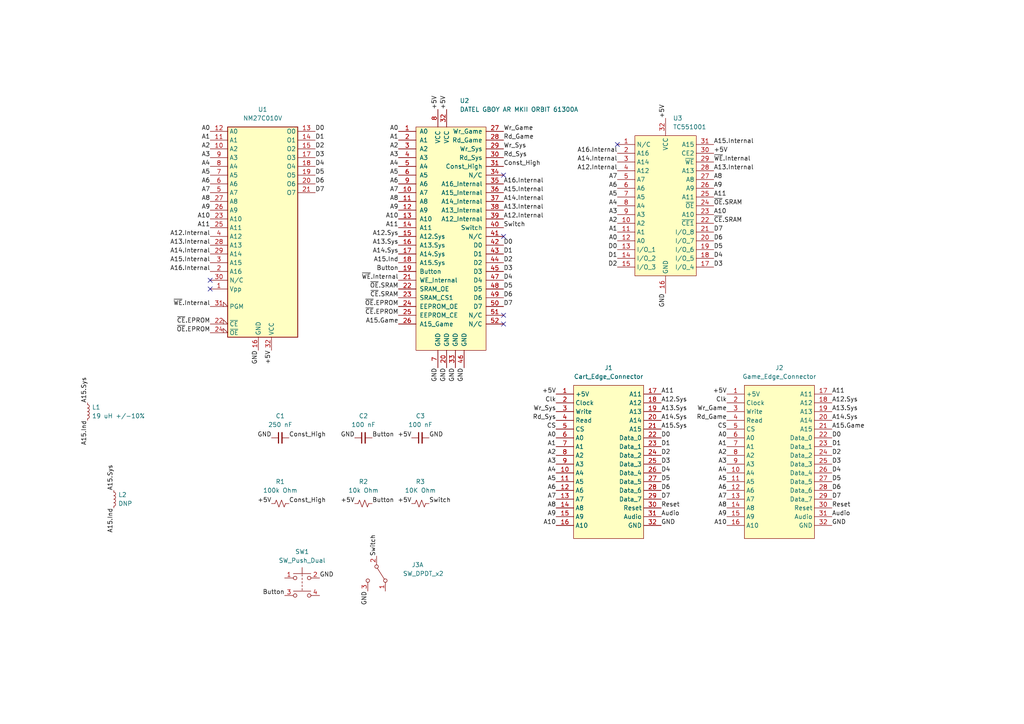
<source format=kicad_sch>
(kicad_sch
	(version 20250114)
	(generator "eeschema")
	(generator_version "9.0")
	(uuid "55992e35-fe7b-468a-9b7a-1e4dc931b904")
	(paper "A4")
	(title_block
		(title "GB/GBC Gameshark")
		(date "2022-06-11")
		(rev "1")
		(company "Datel / Interact")
	)
	(lib_symbols
		(symbol "Custom_GAL:LZ9FC17"
			(pin_names
				(offset 1.016)
			)
			(exclude_from_sim no)
			(in_bom yes)
			(on_board yes)
			(property "Reference" "U2"
				(at 2.54 44.45 0)
				(effects
					(font
						(size 1.27 1.27)
					)
					(justify left)
				)
			)
			(property "Value" "DATEL GBOY AR MKII ORBIT 61300A"
				(at 2.54 41.91 0)
				(effects
					(font
						(size 1.27 1.27)
					)
					(justify left)
				)
			)
			(property "Footprint" "REF1222:DATEL GBOY AR MKII ORBIT 61300A"
				(at 1.27 66.04 0)
				(effects
					(font
						(size 1.27 1.27)
					)
					(hide yes)
				)
			)
			(property "Datasheet" ""
				(at -2.54 25.4 0)
				(effects
					(font
						(size 1.27 1.27)
					)
					(hide yes)
				)
			)
			(property "Description" ""
				(at 0 0 0)
				(effects
					(font
						(size 1.27 1.27)
					)
					(hide yes)
				)
			)
			(property "ki_keywords" "GAL PLD 16V8"
				(at 0 0 0)
				(effects
					(font
						(size 1.27 1.27)
					)
					(hide yes)
				)
			)
			(property "ki_fp_filters" "DIP* PDIP* SOIC* SO* PLCC*"
				(at 0 0 0)
				(effects
					(font
						(size 1.27 1.27)
					)
					(hide yes)
				)
			)
			(symbol "LZ9FC17_0_1"
				(rectangle
					(start -10.16 36.83)
					(end 10.16 -27.94)
					(stroke
						(width 0)
						(type default)
					)
					(fill
						(type background)
					)
				)
			)
			(symbol "LZ9FC17_1_1"
				(pin tri_state line
					(at -15.24 35.56 0)
					(length 5.08)
					(name "A0"
						(effects
							(font
								(size 1.27 1.27)
							)
						)
					)
					(number "1"
						(effects
							(font
								(size 1.27 1.27)
							)
						)
					)
				)
				(pin tri_state line
					(at -15.24 33.02 0)
					(length 5.08)
					(name "A1"
						(effects
							(font
								(size 1.27 1.27)
							)
						)
					)
					(number "2"
						(effects
							(font
								(size 1.27 1.27)
							)
						)
					)
				)
				(pin tri_state line
					(at -15.24 30.48 0)
					(length 5.08)
					(name "A2"
						(effects
							(font
								(size 1.27 1.27)
							)
						)
					)
					(number "3"
						(effects
							(font
								(size 1.27 1.27)
							)
						)
					)
				)
				(pin tri_state line
					(at -15.24 27.94 0)
					(length 5.08)
					(name "A3"
						(effects
							(font
								(size 1.27 1.27)
							)
						)
					)
					(number "4"
						(effects
							(font
								(size 1.27 1.27)
							)
						)
					)
				)
				(pin tri_state line
					(at -15.24 25.4 0)
					(length 5.08)
					(name "A4"
						(effects
							(font
								(size 1.27 1.27)
							)
						)
					)
					(number "5"
						(effects
							(font
								(size 1.27 1.27)
							)
						)
					)
				)
				(pin tri_state line
					(at -15.24 22.86 0)
					(length 5.08)
					(name "A5"
						(effects
							(font
								(size 1.27 1.27)
							)
						)
					)
					(number "6"
						(effects
							(font
								(size 1.27 1.27)
							)
						)
					)
				)
				(pin tri_state line
					(at -15.24 20.32 0)
					(length 5.08)
					(name "A6"
						(effects
							(font
								(size 1.27 1.27)
							)
						)
					)
					(number "9"
						(effects
							(font
								(size 1.27 1.27)
							)
						)
					)
				)
				(pin tri_state line
					(at -15.24 17.78 0)
					(length 5.08)
					(name "A7"
						(effects
							(font
								(size 1.27 1.27)
							)
						)
					)
					(number "10"
						(effects
							(font
								(size 1.27 1.27)
							)
						)
					)
				)
				(pin tri_state line
					(at -15.24 15.24 0)
					(length 5.08)
					(name "A8"
						(effects
							(font
								(size 1.27 1.27)
							)
						)
					)
					(number "11"
						(effects
							(font
								(size 1.27 1.27)
							)
						)
					)
				)
				(pin tri_state line
					(at -15.24 12.7 0)
					(length 5.08)
					(name "A9"
						(effects
							(font
								(size 1.27 1.27)
							)
						)
					)
					(number "12"
						(effects
							(font
								(size 1.27 1.27)
							)
						)
					)
				)
				(pin tri_state line
					(at -15.24 10.16 0)
					(length 5.08)
					(name "A10"
						(effects
							(font
								(size 1.27 1.27)
							)
						)
					)
					(number "13"
						(effects
							(font
								(size 1.27 1.27)
							)
						)
					)
				)
				(pin tri_state line
					(at -15.24 7.62 0)
					(length 5.08)
					(name "A11"
						(effects
							(font
								(size 1.27 1.27)
							)
						)
					)
					(number "14"
						(effects
							(font
								(size 1.27 1.27)
							)
						)
					)
				)
				(pin tri_state line
					(at -15.24 5.08 0)
					(length 5.08)
					(name "A12.Sys"
						(effects
							(font
								(size 1.27 1.27)
							)
						)
					)
					(number "15"
						(effects
							(font
								(size 1.27 1.27)
							)
						)
					)
				)
				(pin tri_state line
					(at -15.24 2.54 0)
					(length 5.08)
					(name "A13.Sys"
						(effects
							(font
								(size 1.27 1.27)
							)
						)
					)
					(number "16"
						(effects
							(font
								(size 1.27 1.27)
							)
						)
					)
				)
				(pin tri_state line
					(at -15.24 0 0)
					(length 5.08)
					(name "A14.Sys"
						(effects
							(font
								(size 1.27 1.27)
							)
						)
					)
					(number "17"
						(effects
							(font
								(size 1.27 1.27)
							)
						)
					)
				)
				(pin tri_state line
					(at -15.24 -2.54 0)
					(length 5.08)
					(name "A15.Sys"
						(effects
							(font
								(size 1.27 1.27)
							)
						)
					)
					(number "18"
						(effects
							(font
								(size 1.27 1.27)
							)
						)
					)
				)
				(pin input line
					(at -15.24 -5.08 0)
					(length 5.08)
					(name "Button"
						(effects
							(font
								(size 1.27 1.27)
							)
						)
					)
					(number "19"
						(effects
							(font
								(size 1.27 1.27)
							)
						)
					)
				)
				(pin output line
					(at -15.24 -7.62 0)
					(length 5.08)
					(name "WE_Internal"
						(effects
							(font
								(size 1.27 1.27)
							)
						)
					)
					(number "21"
						(effects
							(font
								(size 1.27 1.27)
							)
						)
					)
				)
				(pin output line
					(at -15.24 -10.16 0)
					(length 5.08)
					(name "SRAM_OE"
						(effects
							(font
								(size 1.27 1.27)
							)
						)
					)
					(number "22"
						(effects
							(font
								(size 1.27 1.27)
							)
						)
					)
				)
				(pin output line
					(at -15.24 -12.7 0)
					(length 5.08)
					(name "SRAM_CS1"
						(effects
							(font
								(size 1.27 1.27)
							)
						)
					)
					(number "23"
						(effects
							(font
								(size 1.27 1.27)
							)
						)
					)
				)
				(pin output line
					(at -15.24 -15.24 0)
					(length 5.08)
					(name "EEPROM_OE"
						(effects
							(font
								(size 1.27 1.27)
							)
						)
					)
					(number "24"
						(effects
							(font
								(size 1.27 1.27)
							)
						)
					)
				)
				(pin output line
					(at -15.24 -17.78 0)
					(length 5.08)
					(name "EEPROM_CE"
						(effects
							(font
								(size 1.27 1.27)
							)
						)
					)
					(number "25"
						(effects
							(font
								(size 1.27 1.27)
							)
						)
					)
				)
				(pin tri_state line
					(at -15.24 -20.32 0)
					(length 5.08)
					(name "A15_Game"
						(effects
							(font
								(size 1.27 1.27)
							)
						)
					)
					(number "26"
						(effects
							(font
								(size 1.27 1.27)
							)
						)
					)
				)
				(pin power_in line
					(at -3.81 41.91 270)
					(length 5.08)
					(name "VCC"
						(effects
							(font
								(size 1.27 1.27)
							)
						)
					)
					(number "8"
						(effects
							(font
								(size 1.27 1.27)
							)
						)
					)
				)
				(pin power_in line
					(at -3.81 -33.02 90)
					(length 5.08)
					(name "GND"
						(effects
							(font
								(size 1.27 1.27)
							)
						)
					)
					(number "7"
						(effects
							(font
								(size 1.27 1.27)
							)
						)
					)
				)
				(pin power_in line
					(at -1.27 41.91 270)
					(length 5.08)
					(name "VCC"
						(effects
							(font
								(size 1.27 1.27)
							)
						)
					)
					(number "32"
						(effects
							(font
								(size 1.27 1.27)
							)
						)
					)
				)
				(pin power_in line
					(at -1.27 -33.02 90)
					(length 5.08)
					(name "GND"
						(effects
							(font
								(size 1.27 1.27)
							)
						)
					)
					(number "20"
						(effects
							(font
								(size 1.27 1.27)
							)
						)
					)
				)
				(pin power_in line
					(at 1.27 -33.02 90)
					(length 5.08)
					(name "GND"
						(effects
							(font
								(size 1.27 1.27)
							)
						)
					)
					(number "33"
						(effects
							(font
								(size 1.27 1.27)
							)
						)
					)
				)
				(pin power_in line
					(at 3.81 -33.02 90)
					(length 5.08)
					(name "GND"
						(effects
							(font
								(size 1.27 1.27)
							)
						)
					)
					(number "46"
						(effects
							(font
								(size 1.27 1.27)
							)
						)
					)
				)
				(pin output line
					(at 15.24 35.56 180)
					(length 5.08)
					(name "Wr_Game"
						(effects
							(font
								(size 1.27 1.27)
							)
						)
					)
					(number "27"
						(effects
							(font
								(size 1.27 1.27)
							)
						)
					)
				)
				(pin output line
					(at 15.24 33.02 180)
					(length 5.08)
					(name "Rd_Game"
						(effects
							(font
								(size 1.27 1.27)
							)
						)
					)
					(number "28"
						(effects
							(font
								(size 1.27 1.27)
							)
						)
					)
				)
				(pin input line
					(at 15.24 30.48 180)
					(length 5.08)
					(name "Wr_Sys"
						(effects
							(font
								(size 1.27 1.27)
							)
						)
					)
					(number "29"
						(effects
							(font
								(size 1.27 1.27)
							)
						)
					)
				)
				(pin input line
					(at 15.24 27.94 180)
					(length 5.08)
					(name "Rd_Sys"
						(effects
							(font
								(size 1.27 1.27)
							)
						)
					)
					(number "30"
						(effects
							(font
								(size 1.27 1.27)
							)
						)
					)
				)
				(pin input line
					(at 15.24 25.4 180)
					(length 5.08)
					(name "Const_High"
						(effects
							(font
								(size 1.27 1.27)
							)
						)
					)
					(number "31"
						(effects
							(font
								(size 1.27 1.27)
							)
						)
					)
				)
				(pin tri_state line
					(at 15.24 22.86 180)
					(length 5.08)
					(name "N/C"
						(effects
							(font
								(size 1.27 1.27)
							)
						)
					)
					(number "34"
						(effects
							(font
								(size 1.27 1.27)
							)
						)
					)
				)
				(pin tri_state line
					(at 15.24 20.32 180)
					(length 5.08)
					(name "A16_Internal"
						(effects
							(font
								(size 1.27 1.27)
							)
						)
					)
					(number "35"
						(effects
							(font
								(size 1.27 1.27)
							)
						)
					)
				)
				(pin tri_state line
					(at 15.24 17.78 180)
					(length 5.08)
					(name "A15_Internal"
						(effects
							(font
								(size 1.27 1.27)
							)
						)
					)
					(number "36"
						(effects
							(font
								(size 1.27 1.27)
							)
						)
					)
				)
				(pin tri_state line
					(at 15.24 15.24 180)
					(length 5.08)
					(name "A14_Internal"
						(effects
							(font
								(size 1.27 1.27)
							)
						)
					)
					(number "37"
						(effects
							(font
								(size 1.27 1.27)
							)
						)
					)
				)
				(pin tri_state line
					(at 15.24 12.7 180)
					(length 5.08)
					(name "A13_Internal"
						(effects
							(font
								(size 1.27 1.27)
							)
						)
					)
					(number "38"
						(effects
							(font
								(size 1.27 1.27)
							)
						)
					)
				)
				(pin tri_state line
					(at 15.24 10.16 180)
					(length 5.08)
					(name "A12_Internal"
						(effects
							(font
								(size 1.27 1.27)
							)
						)
					)
					(number "39"
						(effects
							(font
								(size 1.27 1.27)
							)
						)
					)
				)
				(pin tri_state line
					(at 15.24 7.62 180)
					(length 5.08)
					(name "Switch"
						(effects
							(font
								(size 1.27 1.27)
							)
						)
					)
					(number "40"
						(effects
							(font
								(size 1.27 1.27)
							)
						)
					)
				)
				(pin tri_state line
					(at 15.24 5.08 180)
					(length 5.08)
					(name "N/C"
						(effects
							(font
								(size 1.27 1.27)
							)
						)
					)
					(number "41"
						(effects
							(font
								(size 1.27 1.27)
							)
						)
					)
				)
				(pin tri_state line
					(at 15.24 2.54 180)
					(length 5.08)
					(name "D0"
						(effects
							(font
								(size 1.27 1.27)
							)
						)
					)
					(number "42"
						(effects
							(font
								(size 1.27 1.27)
							)
						)
					)
				)
				(pin tri_state line
					(at 15.24 0 180)
					(length 5.08)
					(name "D1"
						(effects
							(font
								(size 1.27 1.27)
							)
						)
					)
					(number "43"
						(effects
							(font
								(size 1.27 1.27)
							)
						)
					)
				)
				(pin tri_state line
					(at 15.24 -2.54 180)
					(length 5.08)
					(name "D2"
						(effects
							(font
								(size 1.27 1.27)
							)
						)
					)
					(number "44"
						(effects
							(font
								(size 1.27 1.27)
							)
						)
					)
				)
				(pin tri_state line
					(at 15.24 -5.08 180)
					(length 5.08)
					(name "D3"
						(effects
							(font
								(size 1.27 1.27)
							)
						)
					)
					(number "45"
						(effects
							(font
								(size 1.27 1.27)
							)
						)
					)
				)
				(pin tri_state line
					(at 15.24 -7.62 180)
					(length 5.08)
					(name "D4"
						(effects
							(font
								(size 1.27 1.27)
							)
						)
					)
					(number "47"
						(effects
							(font
								(size 1.27 1.27)
							)
						)
					)
				)
				(pin tri_state line
					(at 15.24 -10.16 180)
					(length 5.08)
					(name "D5"
						(effects
							(font
								(size 1.27 1.27)
							)
						)
					)
					(number "48"
						(effects
							(font
								(size 1.27 1.27)
							)
						)
					)
				)
				(pin tri_state line
					(at 15.24 -12.7 180)
					(length 5.08)
					(name "D6"
						(effects
							(font
								(size 1.27 1.27)
							)
						)
					)
					(number "49"
						(effects
							(font
								(size 1.27 1.27)
							)
						)
					)
				)
				(pin tri_state line
					(at 15.24 -15.24 180)
					(length 5.08)
					(name "D7"
						(effects
							(font
								(size 1.27 1.27)
							)
						)
					)
					(number "50"
						(effects
							(font
								(size 1.27 1.27)
							)
						)
					)
				)
				(pin tri_state line
					(at 15.24 -17.78 180)
					(length 5.08)
					(name "N/C"
						(effects
							(font
								(size 1.27 1.27)
							)
						)
					)
					(number "51"
						(effects
							(font
								(size 1.27 1.27)
							)
						)
					)
				)
				(pin tri_state line
					(at 15.24 -20.32 180)
					(length 5.08)
					(name "N/C"
						(effects
							(font
								(size 1.27 1.27)
							)
						)
					)
					(number "52"
						(effects
							(font
								(size 1.27 1.27)
							)
						)
					)
				)
			)
			(embedded_fonts no)
		)
		(symbol "Device:C_Small"
			(pin_numbers
				(hide yes)
			)
			(pin_names
				(offset 0.254)
				(hide yes)
			)
			(exclude_from_sim no)
			(in_bom yes)
			(on_board yes)
			(property "Reference" "C"
				(at 0.254 1.778 0)
				(effects
					(font
						(size 1.27 1.27)
					)
					(justify left)
				)
			)
			(property "Value" "C_Small"
				(at 0.254 -2.032 0)
				(effects
					(font
						(size 1.27 1.27)
					)
					(justify left)
				)
			)
			(property "Footprint" ""
				(at 0 0 0)
				(effects
					(font
						(size 1.27 1.27)
					)
					(hide yes)
				)
			)
			(property "Datasheet" "~"
				(at 0 0 0)
				(effects
					(font
						(size 1.27 1.27)
					)
					(hide yes)
				)
			)
			(property "Description" "Unpolarized capacitor, small symbol"
				(at 0 0 0)
				(effects
					(font
						(size 1.27 1.27)
					)
					(hide yes)
				)
			)
			(property "ki_keywords" "capacitor cap"
				(at 0 0 0)
				(effects
					(font
						(size 1.27 1.27)
					)
					(hide yes)
				)
			)
			(property "ki_fp_filters" "C_*"
				(at 0 0 0)
				(effects
					(font
						(size 1.27 1.27)
					)
					(hide yes)
				)
			)
			(symbol "C_Small_0_1"
				(polyline
					(pts
						(xy -1.524 0.508) (xy 1.524 0.508)
					)
					(stroke
						(width 0.3048)
						(type default)
					)
					(fill
						(type none)
					)
				)
				(polyline
					(pts
						(xy -1.524 -0.508) (xy 1.524 -0.508)
					)
					(stroke
						(width 0.3302)
						(type default)
					)
					(fill
						(type none)
					)
				)
			)
			(symbol "C_Small_1_1"
				(pin passive line
					(at 0 2.54 270)
					(length 2.032)
					(name "~"
						(effects
							(font
								(size 1.27 1.27)
							)
						)
					)
					(number "1"
						(effects
							(font
								(size 1.27 1.27)
							)
						)
					)
				)
				(pin passive line
					(at 0 -2.54 90)
					(length 2.032)
					(name "~"
						(effects
							(font
								(size 1.27 1.27)
							)
						)
					)
					(number "2"
						(effects
							(font
								(size 1.27 1.27)
							)
						)
					)
				)
			)
			(embedded_fonts no)
		)
		(symbol "Device:L_Small"
			(pin_numbers
				(hide yes)
			)
			(pin_names
				(offset 0.254)
				(hide yes)
			)
			(exclude_from_sim no)
			(in_bom yes)
			(on_board yes)
			(property "Reference" "L"
				(at 0.762 1.016 0)
				(effects
					(font
						(size 1.27 1.27)
					)
					(justify left)
				)
			)
			(property "Value" "L_Small"
				(at 0.762 -1.016 0)
				(effects
					(font
						(size 1.27 1.27)
					)
					(justify left)
				)
			)
			(property "Footprint" ""
				(at 0 0 0)
				(effects
					(font
						(size 1.27 1.27)
					)
					(hide yes)
				)
			)
			(property "Datasheet" "~"
				(at 0 0 0)
				(effects
					(font
						(size 1.27 1.27)
					)
					(hide yes)
				)
			)
			(property "Description" "Inductor, small symbol"
				(at 0 0 0)
				(effects
					(font
						(size 1.27 1.27)
					)
					(hide yes)
				)
			)
			(property "ki_keywords" "inductor choke coil reactor magnetic"
				(at 0 0 0)
				(effects
					(font
						(size 1.27 1.27)
					)
					(hide yes)
				)
			)
			(property "ki_fp_filters" "Choke_* *Coil* Inductor_* L_*"
				(at 0 0 0)
				(effects
					(font
						(size 1.27 1.27)
					)
					(hide yes)
				)
			)
			(symbol "L_Small_0_1"
				(arc
					(start 0 2.032)
					(mid 0.5058 1.524)
					(end 0 1.016)
					(stroke
						(width 0)
						(type default)
					)
					(fill
						(type none)
					)
				)
				(arc
					(start 0 1.016)
					(mid 0.5058 0.508)
					(end 0 0)
					(stroke
						(width 0)
						(type default)
					)
					(fill
						(type none)
					)
				)
				(arc
					(start 0 0)
					(mid 0.5058 -0.508)
					(end 0 -1.016)
					(stroke
						(width 0)
						(type default)
					)
					(fill
						(type none)
					)
				)
				(arc
					(start 0 -1.016)
					(mid 0.5058 -1.524)
					(end 0 -2.032)
					(stroke
						(width 0)
						(type default)
					)
					(fill
						(type none)
					)
				)
			)
			(symbol "L_Small_1_1"
				(pin passive line
					(at 0 2.54 270)
					(length 0.508)
					(name "~"
						(effects
							(font
								(size 1.27 1.27)
							)
						)
					)
					(number "1"
						(effects
							(font
								(size 1.27 1.27)
							)
						)
					)
				)
				(pin passive line
					(at 0 -2.54 90)
					(length 0.508)
					(name "~"
						(effects
							(font
								(size 1.27 1.27)
							)
						)
					)
					(number "2"
						(effects
							(font
								(size 1.27 1.27)
							)
						)
					)
				)
			)
			(embedded_fonts no)
		)
		(symbol "Device:R_Small_US"
			(pin_numbers
				(hide yes)
			)
			(pin_names
				(offset 0.254)
				(hide yes)
			)
			(exclude_from_sim no)
			(in_bom yes)
			(on_board yes)
			(property "Reference" "R"
				(at 0.762 0.508 0)
				(effects
					(font
						(size 1.27 1.27)
					)
					(justify left)
				)
			)
			(property "Value" "R_Small_US"
				(at 0.762 -1.016 0)
				(effects
					(font
						(size 1.27 1.27)
					)
					(justify left)
				)
			)
			(property "Footprint" ""
				(at 0 0 0)
				(effects
					(font
						(size 1.27 1.27)
					)
					(hide yes)
				)
			)
			(property "Datasheet" "~"
				(at 0 0 0)
				(effects
					(font
						(size 1.27 1.27)
					)
					(hide yes)
				)
			)
			(property "Description" "Resistor, small US symbol"
				(at 0 0 0)
				(effects
					(font
						(size 1.27 1.27)
					)
					(hide yes)
				)
			)
			(property "ki_keywords" "r resistor"
				(at 0 0 0)
				(effects
					(font
						(size 1.27 1.27)
					)
					(hide yes)
				)
			)
			(property "ki_fp_filters" "R_*"
				(at 0 0 0)
				(effects
					(font
						(size 1.27 1.27)
					)
					(hide yes)
				)
			)
			(symbol "R_Small_US_1_1"
				(polyline
					(pts
						(xy 0 1.524) (xy 1.016 1.143) (xy 0 0.762) (xy -1.016 0.381) (xy 0 0)
					)
					(stroke
						(width 0)
						(type default)
					)
					(fill
						(type none)
					)
				)
				(polyline
					(pts
						(xy 0 0) (xy 1.016 -0.381) (xy 0 -0.762) (xy -1.016 -1.143) (xy 0 -1.524)
					)
					(stroke
						(width 0)
						(type default)
					)
					(fill
						(type none)
					)
				)
				(pin passive line
					(at 0 2.54 270)
					(length 1.016)
					(name "~"
						(effects
							(font
								(size 1.27 1.27)
							)
						)
					)
					(number "1"
						(effects
							(font
								(size 1.27 1.27)
							)
						)
					)
				)
				(pin passive line
					(at 0 -2.54 90)
					(length 1.016)
					(name "~"
						(effects
							(font
								(size 1.27 1.27)
							)
						)
					)
					(number "2"
						(effects
							(font
								(size 1.27 1.27)
							)
						)
					)
				)
			)
			(embedded_fonts no)
		)
		(symbol "Gameboy:Cart_Edge_Connector"
			(exclude_from_sim no)
			(in_bom yes)
			(on_board yes)
			(property "Reference" "J1"
				(at 0 15.24 0)
				(effects
					(font
						(size 1.27 1.27)
					)
				)
			)
			(property "Value" "Cart_Edge_Connector"
				(at 0 12.7 0)
				(effects
					(font
						(size 1.27 1.27)
					)
				)
			)
			(property "Footprint" "GBA:ACTUAL GAMEBOY EDGE CONNECTOR"
				(at 0 0 0)
				(effects
					(font
						(size 1.27 1.27)
					)
					(hide yes)
				)
			)
			(property "Datasheet" ""
				(at 0 0 0)
				(effects
					(font
						(size 1.27 1.27)
					)
					(hide yes)
				)
			)
			(property "Description" ""
				(at 0 0 0)
				(effects
					(font
						(size 1.27 1.27)
					)
					(hide yes)
				)
			)
			(symbol "Cart_Edge_Connector_1_1"
				(rectangle
					(start -10.16 10.16)
					(end 10.16 -34.29)
					(stroke
						(width 0)
						(type solid)
					)
					(fill
						(type background)
					)
				)
				(pin power_in line
					(at -15.24 7.62 0)
					(length 5.08)
					(name "+5V"
						(effects
							(font
								(size 1.27 1.27)
							)
						)
					)
					(number "1"
						(effects
							(font
								(size 1.27 1.27)
							)
						)
					)
				)
				(pin bidirectional line
					(at -15.24 5.08 0)
					(length 5.08)
					(name "Clock"
						(effects
							(font
								(size 1.27 1.27)
							)
						)
					)
					(number "2"
						(effects
							(font
								(size 1.27 1.27)
							)
						)
					)
				)
				(pin bidirectional line
					(at -15.24 2.54 0)
					(length 5.08)
					(name "Write"
						(effects
							(font
								(size 1.27 1.27)
							)
						)
					)
					(number "3"
						(effects
							(font
								(size 1.27 1.27)
							)
						)
					)
				)
				(pin bidirectional line
					(at -15.24 0 0)
					(length 5.08)
					(name "Read"
						(effects
							(font
								(size 1.27 1.27)
							)
						)
					)
					(number "4"
						(effects
							(font
								(size 1.27 1.27)
							)
						)
					)
				)
				(pin bidirectional line
					(at -15.24 -2.54 0)
					(length 5.08)
					(name "CS"
						(effects
							(font
								(size 1.27 1.27)
							)
						)
					)
					(number "5"
						(effects
							(font
								(size 1.27 1.27)
							)
						)
					)
				)
				(pin bidirectional line
					(at -15.24 -5.08 0)
					(length 5.08)
					(name "A0"
						(effects
							(font
								(size 1.27 1.27)
							)
						)
					)
					(number "6"
						(effects
							(font
								(size 1.27 1.27)
							)
						)
					)
				)
				(pin bidirectional line
					(at -15.24 -7.62 0)
					(length 5.08)
					(name "A1"
						(effects
							(font
								(size 1.27 1.27)
							)
						)
					)
					(number "7"
						(effects
							(font
								(size 1.27 1.27)
							)
						)
					)
				)
				(pin bidirectional line
					(at -15.24 -10.16 0)
					(length 5.08)
					(name "A2"
						(effects
							(font
								(size 1.27 1.27)
							)
						)
					)
					(number "8"
						(effects
							(font
								(size 1.27 1.27)
							)
						)
					)
				)
				(pin bidirectional line
					(at -15.24 -12.7 0)
					(length 5.08)
					(name "A3"
						(effects
							(font
								(size 1.27 1.27)
							)
						)
					)
					(number "9"
						(effects
							(font
								(size 1.27 1.27)
							)
						)
					)
				)
				(pin bidirectional line
					(at -15.24 -15.24 0)
					(length 5.08)
					(name "A4"
						(effects
							(font
								(size 1.27 1.27)
							)
						)
					)
					(number "10"
						(effects
							(font
								(size 1.27 1.27)
							)
						)
					)
				)
				(pin bidirectional line
					(at -15.24 -17.78 0)
					(length 5.08)
					(name "A5"
						(effects
							(font
								(size 1.27 1.27)
							)
						)
					)
					(number "11"
						(effects
							(font
								(size 1.27 1.27)
							)
						)
					)
				)
				(pin bidirectional line
					(at -15.24 -20.32 0)
					(length 5.08)
					(name "A6"
						(effects
							(font
								(size 1.27 1.27)
							)
						)
					)
					(number "12"
						(effects
							(font
								(size 1.27 1.27)
							)
						)
					)
				)
				(pin bidirectional line
					(at -15.24 -22.86 0)
					(length 5.08)
					(name "A7"
						(effects
							(font
								(size 1.27 1.27)
							)
						)
					)
					(number "13"
						(effects
							(font
								(size 1.27 1.27)
							)
						)
					)
				)
				(pin bidirectional line
					(at -15.24 -25.4 0)
					(length 5.08)
					(name "A8"
						(effects
							(font
								(size 1.27 1.27)
							)
						)
					)
					(number "14"
						(effects
							(font
								(size 1.27 1.27)
							)
						)
					)
				)
				(pin bidirectional line
					(at -15.24 -27.94 0)
					(length 5.08)
					(name "A9"
						(effects
							(font
								(size 1.27 1.27)
							)
						)
					)
					(number "15"
						(effects
							(font
								(size 1.27 1.27)
							)
						)
					)
				)
				(pin bidirectional line
					(at -15.24 -30.48 0)
					(length 5.08)
					(name "A10"
						(effects
							(font
								(size 1.27 1.27)
							)
						)
					)
					(number "16"
						(effects
							(font
								(size 1.27 1.27)
							)
						)
					)
				)
				(pin bidirectional line
					(at 15.24 7.62 180)
					(length 5.08)
					(name "A11"
						(effects
							(font
								(size 1.27 1.27)
							)
						)
					)
					(number "17"
						(effects
							(font
								(size 1.27 1.27)
							)
						)
					)
				)
				(pin bidirectional line
					(at 15.24 5.08 180)
					(length 5.08)
					(name "A12"
						(effects
							(font
								(size 1.27 1.27)
							)
						)
					)
					(number "18"
						(effects
							(font
								(size 1.27 1.27)
							)
						)
					)
				)
				(pin bidirectional line
					(at 15.24 2.54 180)
					(length 5.08)
					(name "A13"
						(effects
							(font
								(size 1.27 1.27)
							)
						)
					)
					(number "19"
						(effects
							(font
								(size 1.27 1.27)
							)
						)
					)
				)
				(pin bidirectional line
					(at 15.24 0 180)
					(length 5.08)
					(name "A14"
						(effects
							(font
								(size 1.27 1.27)
							)
						)
					)
					(number "20"
						(effects
							(font
								(size 1.27 1.27)
							)
						)
					)
				)
				(pin bidirectional line
					(at 15.24 -2.54 180)
					(length 5.08)
					(name "A15"
						(effects
							(font
								(size 1.27 1.27)
							)
						)
					)
					(number "21"
						(effects
							(font
								(size 1.27 1.27)
							)
						)
					)
				)
				(pin bidirectional line
					(at 15.24 -5.08 180)
					(length 5.08)
					(name "Data_0"
						(effects
							(font
								(size 1.27 1.27)
							)
						)
					)
					(number "22"
						(effects
							(font
								(size 1.27 1.27)
							)
						)
					)
				)
				(pin bidirectional line
					(at 15.24 -7.62 180)
					(length 5.08)
					(name "Data_1"
						(effects
							(font
								(size 1.27 1.27)
							)
						)
					)
					(number "23"
						(effects
							(font
								(size 1.27 1.27)
							)
						)
					)
				)
				(pin bidirectional line
					(at 15.24 -10.16 180)
					(length 5.08)
					(name "Data_2"
						(effects
							(font
								(size 1.27 1.27)
							)
						)
					)
					(number "24"
						(effects
							(font
								(size 1.27 1.27)
							)
						)
					)
				)
				(pin bidirectional line
					(at 15.24 -12.7 180)
					(length 5.08)
					(name "Data_3"
						(effects
							(font
								(size 1.27 1.27)
							)
						)
					)
					(number "25"
						(effects
							(font
								(size 1.27 1.27)
							)
						)
					)
				)
				(pin bidirectional line
					(at 15.24 -15.24 180)
					(length 5.08)
					(name "Data_4"
						(effects
							(font
								(size 1.27 1.27)
							)
						)
					)
					(number "26"
						(effects
							(font
								(size 1.27 1.27)
							)
						)
					)
				)
				(pin bidirectional line
					(at 15.24 -17.78 180)
					(length 5.08)
					(name "Data_5"
						(effects
							(font
								(size 1.27 1.27)
							)
						)
					)
					(number "27"
						(effects
							(font
								(size 1.27 1.27)
							)
						)
					)
				)
				(pin bidirectional line
					(at 15.24 -20.32 180)
					(length 5.08)
					(name "Data_6"
						(effects
							(font
								(size 1.27 1.27)
							)
						)
					)
					(number "28"
						(effects
							(font
								(size 1.27 1.27)
							)
						)
					)
				)
				(pin bidirectional line
					(at 15.24 -22.86 180)
					(length 5.08)
					(name "Data_7"
						(effects
							(font
								(size 1.27 1.27)
							)
						)
					)
					(number "29"
						(effects
							(font
								(size 1.27 1.27)
							)
						)
					)
				)
				(pin bidirectional line
					(at 15.24 -25.4 180)
					(length 5.08)
					(name "Reset"
						(effects
							(font
								(size 1.27 1.27)
							)
						)
					)
					(number "30"
						(effects
							(font
								(size 1.27 1.27)
							)
						)
					)
				)
				(pin bidirectional line
					(at 15.24 -27.94 180)
					(length 5.08)
					(name "Audio"
						(effects
							(font
								(size 1.27 1.27)
							)
						)
					)
					(number "31"
						(effects
							(font
								(size 1.27 1.27)
							)
						)
					)
				)
				(pin bidirectional line
					(at 15.24 -30.48 180)
					(length 5.08)
					(name "GND"
						(effects
							(font
								(size 1.27 1.27)
							)
						)
					)
					(number "32"
						(effects
							(font
								(size 1.27 1.27)
							)
						)
					)
				)
			)
			(embedded_fonts no)
		)
		(symbol "Gameboy:Game_Edge_Connector"
			(exclude_from_sim no)
			(in_bom yes)
			(on_board yes)
			(property "Reference" "J2"
				(at 0 15.24 0)
				(effects
					(font
						(size 1.27 1.27)
					)
				)
			)
			(property "Value" "Game_Edge_Connector"
				(at 0 12.7 0)
				(effects
					(font
						(size 1.27 1.27)
					)
				)
			)
			(property "Footprint" "REF1222:Game Connector"
				(at 0 0 0)
				(effects
					(font
						(size 1.27 1.27)
					)
					(hide yes)
				)
			)
			(property "Datasheet" ""
				(at 0 0 0)
				(effects
					(font
						(size 1.27 1.27)
					)
					(hide yes)
				)
			)
			(property "Description" ""
				(at 0 0 0)
				(effects
					(font
						(size 1.27 1.27)
					)
					(hide yes)
				)
			)
			(symbol "Game_Edge_Connector_1_1"
				(rectangle
					(start -10.16 10.16)
					(end 10.16 -34.29)
					(stroke
						(width 0)
						(type solid)
					)
					(fill
						(type background)
					)
				)
				(pin power_in line
					(at -15.24 7.62 0)
					(length 5.08)
					(name "+5V"
						(effects
							(font
								(size 1.27 1.27)
							)
						)
					)
					(number "1"
						(effects
							(font
								(size 1.27 1.27)
							)
						)
					)
				)
				(pin bidirectional line
					(at -15.24 5.08 0)
					(length 5.08)
					(name "Clock"
						(effects
							(font
								(size 1.27 1.27)
							)
						)
					)
					(number "2"
						(effects
							(font
								(size 1.27 1.27)
							)
						)
					)
				)
				(pin bidirectional line
					(at -15.24 2.54 0)
					(length 5.08)
					(name "Write"
						(effects
							(font
								(size 1.27 1.27)
							)
						)
					)
					(number "3"
						(effects
							(font
								(size 1.27 1.27)
							)
						)
					)
				)
				(pin bidirectional line
					(at -15.24 0 0)
					(length 5.08)
					(name "Read"
						(effects
							(font
								(size 1.27 1.27)
							)
						)
					)
					(number "4"
						(effects
							(font
								(size 1.27 1.27)
							)
						)
					)
				)
				(pin bidirectional line
					(at -15.24 -2.54 0)
					(length 5.08)
					(name "CS"
						(effects
							(font
								(size 1.27 1.27)
							)
						)
					)
					(number "5"
						(effects
							(font
								(size 1.27 1.27)
							)
						)
					)
				)
				(pin bidirectional line
					(at -15.24 -5.08 0)
					(length 5.08)
					(name "A0"
						(effects
							(font
								(size 1.27 1.27)
							)
						)
					)
					(number "6"
						(effects
							(font
								(size 1.27 1.27)
							)
						)
					)
				)
				(pin bidirectional line
					(at -15.24 -7.62 0)
					(length 5.08)
					(name "A1"
						(effects
							(font
								(size 1.27 1.27)
							)
						)
					)
					(number "7"
						(effects
							(font
								(size 1.27 1.27)
							)
						)
					)
				)
				(pin bidirectional line
					(at -15.24 -10.16 0)
					(length 5.08)
					(name "A2"
						(effects
							(font
								(size 1.27 1.27)
							)
						)
					)
					(number "8"
						(effects
							(font
								(size 1.27 1.27)
							)
						)
					)
				)
				(pin bidirectional line
					(at -15.24 -12.7 0)
					(length 5.08)
					(name "A3"
						(effects
							(font
								(size 1.27 1.27)
							)
						)
					)
					(number "9"
						(effects
							(font
								(size 1.27 1.27)
							)
						)
					)
				)
				(pin bidirectional line
					(at -15.24 -15.24 0)
					(length 5.08)
					(name "A4"
						(effects
							(font
								(size 1.27 1.27)
							)
						)
					)
					(number "10"
						(effects
							(font
								(size 1.27 1.27)
							)
						)
					)
				)
				(pin bidirectional line
					(at -15.24 -17.78 0)
					(length 5.08)
					(name "A5"
						(effects
							(font
								(size 1.27 1.27)
							)
						)
					)
					(number "11"
						(effects
							(font
								(size 1.27 1.27)
							)
						)
					)
				)
				(pin bidirectional line
					(at -15.24 -20.32 0)
					(length 5.08)
					(name "A6"
						(effects
							(font
								(size 1.27 1.27)
							)
						)
					)
					(number "12"
						(effects
							(font
								(size 1.27 1.27)
							)
						)
					)
				)
				(pin bidirectional line
					(at -15.24 -22.86 0)
					(length 5.08)
					(name "A7"
						(effects
							(font
								(size 1.27 1.27)
							)
						)
					)
					(number "13"
						(effects
							(font
								(size 1.27 1.27)
							)
						)
					)
				)
				(pin bidirectional line
					(at -15.24 -25.4 0)
					(length 5.08)
					(name "A8"
						(effects
							(font
								(size 1.27 1.27)
							)
						)
					)
					(number "14"
						(effects
							(font
								(size 1.27 1.27)
							)
						)
					)
				)
				(pin bidirectional line
					(at -15.24 -27.94 0)
					(length 5.08)
					(name "A9"
						(effects
							(font
								(size 1.27 1.27)
							)
						)
					)
					(number "15"
						(effects
							(font
								(size 1.27 1.27)
							)
						)
					)
				)
				(pin bidirectional line
					(at -15.24 -30.48 0)
					(length 5.08)
					(name "A10"
						(effects
							(font
								(size 1.27 1.27)
							)
						)
					)
					(number "16"
						(effects
							(font
								(size 1.27 1.27)
							)
						)
					)
				)
				(pin bidirectional line
					(at 15.24 7.62 180)
					(length 5.08)
					(name "A11"
						(effects
							(font
								(size 1.27 1.27)
							)
						)
					)
					(number "17"
						(effects
							(font
								(size 1.27 1.27)
							)
						)
					)
				)
				(pin bidirectional line
					(at 15.24 5.08 180)
					(length 5.08)
					(name "A12"
						(effects
							(font
								(size 1.27 1.27)
							)
						)
					)
					(number "18"
						(effects
							(font
								(size 1.27 1.27)
							)
						)
					)
				)
				(pin bidirectional line
					(at 15.24 2.54 180)
					(length 5.08)
					(name "A13"
						(effects
							(font
								(size 1.27 1.27)
							)
						)
					)
					(number "19"
						(effects
							(font
								(size 1.27 1.27)
							)
						)
					)
				)
				(pin bidirectional line
					(at 15.24 0 180)
					(length 5.08)
					(name "A14"
						(effects
							(font
								(size 1.27 1.27)
							)
						)
					)
					(number "20"
						(effects
							(font
								(size 1.27 1.27)
							)
						)
					)
				)
				(pin bidirectional line
					(at 15.24 -2.54 180)
					(length 5.08)
					(name "A15"
						(effects
							(font
								(size 1.27 1.27)
							)
						)
					)
					(number "21"
						(effects
							(font
								(size 1.27 1.27)
							)
						)
					)
				)
				(pin bidirectional line
					(at 15.24 -5.08 180)
					(length 5.08)
					(name "Data_0"
						(effects
							(font
								(size 1.27 1.27)
							)
						)
					)
					(number "22"
						(effects
							(font
								(size 1.27 1.27)
							)
						)
					)
				)
				(pin bidirectional line
					(at 15.24 -7.62 180)
					(length 5.08)
					(name "Data_1"
						(effects
							(font
								(size 1.27 1.27)
							)
						)
					)
					(number "23"
						(effects
							(font
								(size 1.27 1.27)
							)
						)
					)
				)
				(pin bidirectional line
					(at 15.24 -10.16 180)
					(length 5.08)
					(name "Data_2"
						(effects
							(font
								(size 1.27 1.27)
							)
						)
					)
					(number "24"
						(effects
							(font
								(size 1.27 1.27)
							)
						)
					)
				)
				(pin bidirectional line
					(at 15.24 -12.7 180)
					(length 5.08)
					(name "Data_3"
						(effects
							(font
								(size 1.27 1.27)
							)
						)
					)
					(number "25"
						(effects
							(font
								(size 1.27 1.27)
							)
						)
					)
				)
				(pin bidirectional line
					(at 15.24 -15.24 180)
					(length 5.08)
					(name "Data_4"
						(effects
							(font
								(size 1.27 1.27)
							)
						)
					)
					(number "26"
						(effects
							(font
								(size 1.27 1.27)
							)
						)
					)
				)
				(pin bidirectional line
					(at 15.24 -17.78 180)
					(length 5.08)
					(name "Data_5"
						(effects
							(font
								(size 1.27 1.27)
							)
						)
					)
					(number "27"
						(effects
							(font
								(size 1.27 1.27)
							)
						)
					)
				)
				(pin bidirectional line
					(at 15.24 -20.32 180)
					(length 5.08)
					(name "Data_6"
						(effects
							(font
								(size 1.27 1.27)
							)
						)
					)
					(number "28"
						(effects
							(font
								(size 1.27 1.27)
							)
						)
					)
				)
				(pin bidirectional line
					(at 15.24 -22.86 180)
					(length 5.08)
					(name "Data_7"
						(effects
							(font
								(size 1.27 1.27)
							)
						)
					)
					(number "29"
						(effects
							(font
								(size 1.27 1.27)
							)
						)
					)
				)
				(pin bidirectional line
					(at 15.24 -25.4 180)
					(length 5.08)
					(name "Reset"
						(effects
							(font
								(size 1.27 1.27)
							)
						)
					)
					(number "30"
						(effects
							(font
								(size 1.27 1.27)
							)
						)
					)
				)
				(pin bidirectional line
					(at 15.24 -27.94 180)
					(length 5.08)
					(name "Audio"
						(effects
							(font
								(size 1.27 1.27)
							)
						)
					)
					(number "31"
						(effects
							(font
								(size 1.27 1.27)
							)
						)
					)
				)
				(pin bidirectional line
					(at 15.24 -30.48 180)
					(length 5.08)
					(name "GND"
						(effects
							(font
								(size 1.27 1.27)
							)
						)
					)
					(number "32"
						(effects
							(font
								(size 1.27 1.27)
							)
						)
					)
				)
			)
			(embedded_fonts no)
		)
		(symbol "Gameboy:SST28LF040"
			(exclude_from_sim no)
			(in_bom yes)
			(on_board yes)
			(property "Reference" "U1"
				(at 0 36.83 0)
				(effects
					(font
						(size 1.27 1.27)
					)
				)
			)
			(property "Value" "NM27C010V"
				(at 0 34.29 0)
				(effects
					(font
						(size 1.27 1.27)
					)
				)
			)
			(property "Footprint" "REF1222:NM27C010V"
				(at 0 7.62 0)
				(effects
					(font
						(size 1.27 1.27)
					)
					(hide yes)
				)
			)
			(property "Datasheet" ""
				(at -40.64 41.91 0)
				(effects
					(font
						(size 1.27 1.27)
					)
					(hide yes)
				)
			)
			(property "Description" ""
				(at 0 0 0)
				(effects
					(font
						(size 1.27 1.27)
					)
					(hide yes)
				)
			)
			(property "ki_keywords" "512k flash rom"
				(at 0 0 0)
				(effects
					(font
						(size 1.27 1.27)
					)
					(hide yes)
				)
			)
			(symbol "SST28LF040_0_1"
				(rectangle
					(start -10.16 31.75)
					(end 10.16 -29.21)
					(stroke
						(width 0.254)
						(type default)
					)
					(fill
						(type background)
					)
				)
			)
			(symbol "SST28LF040_1_1"
				(pin input line
					(at -15.24 30.48 0)
					(length 5.08)
					(name "A0"
						(effects
							(font
								(size 1.27 1.27)
							)
						)
					)
					(number "12"
						(effects
							(font
								(size 1.27 1.27)
							)
						)
					)
				)
				(pin input line
					(at -15.24 27.94 0)
					(length 5.08)
					(name "A1"
						(effects
							(font
								(size 1.27 1.27)
							)
						)
					)
					(number "11"
						(effects
							(font
								(size 1.27 1.27)
							)
						)
					)
				)
				(pin input line
					(at -15.24 25.4 0)
					(length 5.08)
					(name "A2"
						(effects
							(font
								(size 1.27 1.27)
							)
						)
					)
					(number "10"
						(effects
							(font
								(size 1.27 1.27)
							)
						)
					)
				)
				(pin input line
					(at -15.24 22.86 0)
					(length 5.08)
					(name "A3"
						(effects
							(font
								(size 1.27 1.27)
							)
						)
					)
					(number "9"
						(effects
							(font
								(size 1.27 1.27)
							)
						)
					)
				)
				(pin input line
					(at -15.24 20.32 0)
					(length 5.08)
					(name "A4"
						(effects
							(font
								(size 1.27 1.27)
							)
						)
					)
					(number "8"
						(effects
							(font
								(size 1.27 1.27)
							)
						)
					)
				)
				(pin input line
					(at -15.24 17.78 0)
					(length 5.08)
					(name "A5"
						(effects
							(font
								(size 1.27 1.27)
							)
						)
					)
					(number "7"
						(effects
							(font
								(size 1.27 1.27)
							)
						)
					)
				)
				(pin input line
					(at -15.24 15.24 0)
					(length 5.08)
					(name "A6"
						(effects
							(font
								(size 1.27 1.27)
							)
						)
					)
					(number "6"
						(effects
							(font
								(size 1.27 1.27)
							)
						)
					)
				)
				(pin input line
					(at -15.24 12.7 0)
					(length 5.08)
					(name "A7"
						(effects
							(font
								(size 1.27 1.27)
							)
						)
					)
					(number "5"
						(effects
							(font
								(size 1.27 1.27)
							)
						)
					)
				)
				(pin input line
					(at -15.24 10.16 0)
					(length 5.08)
					(name "A8"
						(effects
							(font
								(size 1.27 1.27)
							)
						)
					)
					(number "27"
						(effects
							(font
								(size 1.27 1.27)
							)
						)
					)
				)
				(pin input line
					(at -15.24 7.62 0)
					(length 5.08)
					(name "A9"
						(effects
							(font
								(size 1.27 1.27)
							)
						)
					)
					(number "26"
						(effects
							(font
								(size 1.27 1.27)
							)
						)
					)
				)
				(pin input line
					(at -15.24 5.08 0)
					(length 5.08)
					(name "A10"
						(effects
							(font
								(size 1.27 1.27)
							)
						)
					)
					(number "23"
						(effects
							(font
								(size 1.27 1.27)
							)
						)
					)
				)
				(pin input line
					(at -15.24 2.54 0)
					(length 5.08)
					(name "A11"
						(effects
							(font
								(size 1.27 1.27)
							)
						)
					)
					(number "25"
						(effects
							(font
								(size 1.27 1.27)
							)
						)
					)
				)
				(pin input line
					(at -15.24 0 0)
					(length 5.08)
					(name "A12"
						(effects
							(font
								(size 1.27 1.27)
							)
						)
					)
					(number "4"
						(effects
							(font
								(size 1.27 1.27)
							)
						)
					)
				)
				(pin input line
					(at -15.24 -2.54 0)
					(length 5.08)
					(name "A13"
						(effects
							(font
								(size 1.27 1.27)
							)
						)
					)
					(number "28"
						(effects
							(font
								(size 1.27 1.27)
							)
						)
					)
				)
				(pin input line
					(at -15.24 -5.08 0)
					(length 5.08)
					(name "A14"
						(effects
							(font
								(size 1.27 1.27)
							)
						)
					)
					(number "29"
						(effects
							(font
								(size 1.27 1.27)
							)
						)
					)
				)
				(pin input line
					(at -15.24 -7.62 0)
					(length 5.08)
					(name "A15"
						(effects
							(font
								(size 1.27 1.27)
							)
						)
					)
					(number "3"
						(effects
							(font
								(size 1.27 1.27)
							)
						)
					)
				)
				(pin input line
					(at -15.24 -10.16 0)
					(length 5.08)
					(name "A16"
						(effects
							(font
								(size 1.27 1.27)
							)
						)
					)
					(number "2"
						(effects
							(font
								(size 1.27 1.27)
							)
						)
					)
				)
				(pin input line
					(at -15.24 -12.7 0)
					(length 5.08)
					(name "N/C"
						(effects
							(font
								(size 1.27 1.27)
							)
						)
					)
					(number "30"
						(effects
							(font
								(size 1.27 1.27)
							)
						)
					)
				)
				(pin input line
					(at -15.24 -15.24 0)
					(length 5.08)
					(name "Vpp"
						(effects
							(font
								(size 1.27 1.27)
							)
						)
					)
					(number "1"
						(effects
							(font
								(size 1.27 1.27)
							)
						)
					)
				)
				(pin input input_low
					(at -15.24 -20.32 0)
					(length 5.08)
					(name "PGM"
						(effects
							(font
								(size 1.27 1.27)
							)
						)
					)
					(number "31"
						(effects
							(font
								(size 1.27 1.27)
							)
						)
					)
				)
				(pin input input_low
					(at -15.24 -25.4 0)
					(length 5.08)
					(name "~{CE}"
						(effects
							(font
								(size 1.27 1.27)
							)
						)
					)
					(number "22"
						(effects
							(font
								(size 1.27 1.27)
							)
						)
					)
				)
				(pin input input_low
					(at -15.24 -27.94 0)
					(length 5.08)
					(name "~{OE}"
						(effects
							(font
								(size 1.27 1.27)
							)
						)
					)
					(number "24"
						(effects
							(font
								(size 1.27 1.27)
							)
						)
					)
				)
				(pin power_in line
					(at -1.27 -33.02 90)
					(length 3.81)
					(name "GND"
						(effects
							(font
								(size 1.27 1.27)
							)
						)
					)
					(number "16"
						(effects
							(font
								(size 1.27 1.27)
							)
						)
					)
				)
				(pin power_in line
					(at 2.54 -33.02 90)
					(length 3.81)
					(name "VCC"
						(effects
							(font
								(size 1.27 1.27)
							)
						)
					)
					(number "32"
						(effects
							(font
								(size 1.27 1.27)
							)
						)
					)
				)
				(pin tri_state line
					(at 15.24 30.48 180)
					(length 5.08)
					(name "O0"
						(effects
							(font
								(size 1.27 1.27)
							)
						)
					)
					(number "13"
						(effects
							(font
								(size 1.27 1.27)
							)
						)
					)
				)
				(pin tri_state line
					(at 15.24 27.94 180)
					(length 5.08)
					(name "O1"
						(effects
							(font
								(size 1.27 1.27)
							)
						)
					)
					(number "14"
						(effects
							(font
								(size 1.27 1.27)
							)
						)
					)
				)
				(pin tri_state line
					(at 15.24 25.4 180)
					(length 5.08)
					(name "O2"
						(effects
							(font
								(size 1.27 1.27)
							)
						)
					)
					(number "15"
						(effects
							(font
								(size 1.27 1.27)
							)
						)
					)
				)
				(pin tri_state line
					(at 15.24 22.86 180)
					(length 5.08)
					(name "O3"
						(effects
							(font
								(size 1.27 1.27)
							)
						)
					)
					(number "17"
						(effects
							(font
								(size 1.27 1.27)
							)
						)
					)
				)
				(pin tri_state line
					(at 15.24 20.32 180)
					(length 5.08)
					(name "O4"
						(effects
							(font
								(size 1.27 1.27)
							)
						)
					)
					(number "18"
						(effects
							(font
								(size 1.27 1.27)
							)
						)
					)
				)
				(pin tri_state line
					(at 15.24 17.78 180)
					(length 5.08)
					(name "O5"
						(effects
							(font
								(size 1.27 1.27)
							)
						)
					)
					(number "19"
						(effects
							(font
								(size 1.27 1.27)
							)
						)
					)
				)
				(pin tri_state line
					(at 15.24 15.24 180)
					(length 5.08)
					(name "O6"
						(effects
							(font
								(size 1.27 1.27)
							)
						)
					)
					(number "20"
						(effects
							(font
								(size 1.27 1.27)
							)
						)
					)
				)
				(pin tri_state line
					(at 15.24 12.7 180)
					(length 5.08)
					(name "O7"
						(effects
							(font
								(size 1.27 1.27)
							)
						)
					)
					(number "21"
						(effects
							(font
								(size 1.27 1.27)
							)
						)
					)
				)
			)
			(embedded_fonts no)
		)
		(symbol "Gameboy:V62C5181024L-70W"
			(exclude_from_sim no)
			(in_bom yes)
			(on_board yes)
			(property "Reference" "U3"
				(at 4.6833 20.32 0)
				(effects
					(font
						(size 1.27 1.27)
					)
					(justify left)
				)
			)
			(property "Value" "TC551001"
				(at 4.6833 17.78 0)
				(effects
					(font
						(size 1.27 1.27)
					)
					(justify left)
				)
			)
			(property "Footprint" "GBA:HY628100ALLG-70"
				(at 0 0 0)
				(effects
					(font
						(size 1.27 1.27)
					)
					(hide yes)
				)
			)
			(property "Datasheet" ""
				(at 0 0 0)
				(effects
					(font
						(size 1.27 1.27)
					)
					(hide yes)
				)
			)
			(property "Description" ""
				(at 0 0 0)
				(effects
					(font
						(size 1.27 1.27)
					)
					(hide yes)
				)
			)
			(symbol "V62C5181024L-70W_1_1"
				(rectangle
					(start -6.35 15.24)
					(end 11.43 -25.4)
					(stroke
						(width 0)
						(type solid)
					)
					(fill
						(type background)
					)
				)
				(pin bidirectional line
					(at -11.43 12.7 0)
					(length 5.08)
					(name "N/C"
						(effects
							(font
								(size 1.27 1.27)
							)
						)
					)
					(number "1"
						(effects
							(font
								(size 1.27 1.27)
							)
						)
					)
				)
				(pin bidirectional line
					(at -11.43 10.16 0)
					(length 5.08)
					(name "A16"
						(effects
							(font
								(size 1.27 1.27)
							)
						)
					)
					(number "2"
						(effects
							(font
								(size 1.27 1.27)
							)
						)
					)
				)
				(pin bidirectional line
					(at -11.43 7.62 0)
					(length 5.08)
					(name "A14"
						(effects
							(font
								(size 1.27 1.27)
							)
						)
					)
					(number "3"
						(effects
							(font
								(size 1.27 1.27)
							)
						)
					)
				)
				(pin bidirectional line
					(at -11.43 5.08 0)
					(length 5.08)
					(name "A12"
						(effects
							(font
								(size 1.27 1.27)
							)
						)
					)
					(number "4"
						(effects
							(font
								(size 1.27 1.27)
							)
						)
					)
				)
				(pin bidirectional line
					(at -11.43 2.54 0)
					(length 5.08)
					(name "A7"
						(effects
							(font
								(size 1.27 1.27)
							)
						)
					)
					(number "5"
						(effects
							(font
								(size 1.27 1.27)
							)
						)
					)
				)
				(pin bidirectional line
					(at -11.43 0 0)
					(length 5.08)
					(name "A6"
						(effects
							(font
								(size 1.27 1.27)
							)
						)
					)
					(number "6"
						(effects
							(font
								(size 1.27 1.27)
							)
						)
					)
				)
				(pin bidirectional line
					(at -11.43 -2.54 0)
					(length 5.08)
					(name "A5"
						(effects
							(font
								(size 1.27 1.27)
							)
						)
					)
					(number "7"
						(effects
							(font
								(size 1.27 1.27)
							)
						)
					)
				)
				(pin bidirectional line
					(at -11.43 -5.08 0)
					(length 5.08)
					(name "A4"
						(effects
							(font
								(size 1.27 1.27)
							)
						)
					)
					(number "8"
						(effects
							(font
								(size 1.27 1.27)
							)
						)
					)
				)
				(pin bidirectional line
					(at -11.43 -7.62 0)
					(length 5.08)
					(name "A3"
						(effects
							(font
								(size 1.27 1.27)
							)
						)
					)
					(number "9"
						(effects
							(font
								(size 1.27 1.27)
							)
						)
					)
				)
				(pin bidirectional line
					(at -11.43 -10.16 0)
					(length 5.08)
					(name "A2"
						(effects
							(font
								(size 1.27 1.27)
							)
						)
					)
					(number "10"
						(effects
							(font
								(size 1.27 1.27)
							)
						)
					)
				)
				(pin bidirectional line
					(at -11.43 -12.7 0)
					(length 5.08)
					(name "A1"
						(effects
							(font
								(size 1.27 1.27)
							)
						)
					)
					(number "11"
						(effects
							(font
								(size 1.27 1.27)
							)
						)
					)
				)
				(pin bidirectional line
					(at -11.43 -15.24 0)
					(length 5.08)
					(name "A0"
						(effects
							(font
								(size 1.27 1.27)
							)
						)
					)
					(number "12"
						(effects
							(font
								(size 1.27 1.27)
							)
						)
					)
				)
				(pin bidirectional line
					(at -11.43 -17.78 0)
					(length 5.08)
					(name "I/O_1"
						(effects
							(font
								(size 1.27 1.27)
							)
						)
					)
					(number "13"
						(effects
							(font
								(size 1.27 1.27)
							)
						)
					)
				)
				(pin bidirectional line
					(at -11.43 -20.32 0)
					(length 5.08)
					(name "I/O_2"
						(effects
							(font
								(size 1.27 1.27)
							)
						)
					)
					(number "14"
						(effects
							(font
								(size 1.27 1.27)
							)
						)
					)
				)
				(pin bidirectional line
					(at -11.43 -22.86 0)
					(length 5.08)
					(name "I/O_3"
						(effects
							(font
								(size 1.27 1.27)
							)
						)
					)
					(number "15"
						(effects
							(font
								(size 1.27 1.27)
							)
						)
					)
				)
				(pin power_in line
					(at 2.54 20.32 270)
					(length 5.08)
					(name "VCC"
						(effects
							(font
								(size 1.27 1.27)
							)
						)
					)
					(number "32"
						(effects
							(font
								(size 1.27 1.27)
							)
						)
					)
				)
				(pin power_in line
					(at 2.54 -30.48 90)
					(length 5.08)
					(name "GND"
						(effects
							(font
								(size 1.27 1.27)
							)
						)
					)
					(number "16"
						(effects
							(font
								(size 1.27 1.27)
							)
						)
					)
				)
				(pin bidirectional line
					(at 16.51 12.7 180)
					(length 5.08)
					(name "A15"
						(effects
							(font
								(size 1.27 1.27)
							)
						)
					)
					(number "31"
						(effects
							(font
								(size 1.27 1.27)
							)
						)
					)
				)
				(pin bidirectional line
					(at 16.51 10.16 180)
					(length 5.08)
					(name "CE2"
						(effects
							(font
								(size 1.27 1.27)
							)
						)
					)
					(number "30"
						(effects
							(font
								(size 1.27 1.27)
							)
						)
					)
				)
				(pin bidirectional line
					(at 16.51 7.62 180)
					(length 5.08)
					(name "~{WE}"
						(effects
							(font
								(size 1.27 1.27)
							)
						)
					)
					(number "29"
						(effects
							(font
								(size 1.27 1.27)
							)
						)
					)
				)
				(pin bidirectional line
					(at 16.51 5.08 180)
					(length 5.08)
					(name "A13"
						(effects
							(font
								(size 1.27 1.27)
							)
						)
					)
					(number "28"
						(effects
							(font
								(size 1.27 1.27)
							)
						)
					)
				)
				(pin bidirectional line
					(at 16.51 2.54 180)
					(length 5.08)
					(name "A8"
						(effects
							(font
								(size 1.27 1.27)
							)
						)
					)
					(number "27"
						(effects
							(font
								(size 1.27 1.27)
							)
						)
					)
				)
				(pin bidirectional line
					(at 16.51 0 180)
					(length 5.08)
					(name "A9"
						(effects
							(font
								(size 1.27 1.27)
							)
						)
					)
					(number "26"
						(effects
							(font
								(size 1.27 1.27)
							)
						)
					)
				)
				(pin bidirectional line
					(at 16.51 -2.54 180)
					(length 5.08)
					(name "A11"
						(effects
							(font
								(size 1.27 1.27)
							)
						)
					)
					(number "25"
						(effects
							(font
								(size 1.27 1.27)
							)
						)
					)
				)
				(pin bidirectional line
					(at 16.51 -5.08 180)
					(length 5.08)
					(name "~{OE}"
						(effects
							(font
								(size 1.27 1.27)
							)
						)
					)
					(number "24"
						(effects
							(font
								(size 1.27 1.27)
							)
						)
					)
				)
				(pin bidirectional line
					(at 16.51 -7.62 180)
					(length 5.08)
					(name "A10"
						(effects
							(font
								(size 1.27 1.27)
							)
						)
					)
					(number "23"
						(effects
							(font
								(size 1.27 1.27)
							)
						)
					)
				)
				(pin bidirectional line
					(at 16.51 -10.16 180)
					(length 5.08)
					(name "~{CE1}"
						(effects
							(font
								(size 1.27 1.27)
							)
						)
					)
					(number "22"
						(effects
							(font
								(size 1.27 1.27)
							)
						)
					)
				)
				(pin bidirectional line
					(at 16.51 -12.7 180)
					(length 5.08)
					(name "I/O_8"
						(effects
							(font
								(size 1.27 1.27)
							)
						)
					)
					(number "21"
						(effects
							(font
								(size 1.27 1.27)
							)
						)
					)
				)
				(pin bidirectional line
					(at 16.51 -15.24 180)
					(length 5.08)
					(name "I/O_7"
						(effects
							(font
								(size 1.27 1.27)
							)
						)
					)
					(number "20"
						(effects
							(font
								(size 1.27 1.27)
							)
						)
					)
				)
				(pin bidirectional line
					(at 16.51 -17.78 180)
					(length 5.08)
					(name "I/O_6"
						(effects
							(font
								(size 1.27 1.27)
							)
						)
					)
					(number "19"
						(effects
							(font
								(size 1.27 1.27)
							)
						)
					)
				)
				(pin bidirectional line
					(at 16.51 -20.32 180)
					(length 5.08)
					(name "I/O_5"
						(effects
							(font
								(size 1.27 1.27)
							)
						)
					)
					(number "18"
						(effects
							(font
								(size 1.27 1.27)
							)
						)
					)
				)
				(pin bidirectional line
					(at 16.51 -22.86 180)
					(length 5.08)
					(name "I/O_4"
						(effects
							(font
								(size 1.27 1.27)
							)
						)
					)
					(number "17"
						(effects
							(font
								(size 1.27 1.27)
							)
						)
					)
				)
			)
			(embedded_fonts no)
		)
		(symbol "Switch:SW_DPDT_x2"
			(pin_names
				(offset 0)
				(hide yes)
			)
			(exclude_from_sim no)
			(in_bom yes)
			(on_board yes)
			(property "Reference" "SW"
				(at 0 4.318 0)
				(effects
					(font
						(size 1.27 1.27)
					)
				)
			)
			(property "Value" "SW_DPDT_x2"
				(at 0 -5.08 0)
				(effects
					(font
						(size 1.27 1.27)
					)
				)
			)
			(property "Footprint" ""
				(at 0 0 0)
				(effects
					(font
						(size 1.27 1.27)
					)
					(hide yes)
				)
			)
			(property "Datasheet" "~"
				(at 0 0 0)
				(effects
					(font
						(size 1.27 1.27)
					)
					(hide yes)
				)
			)
			(property "Description" "Switch, dual pole double throw, separate symbols"
				(at 0 0 0)
				(effects
					(font
						(size 1.27 1.27)
					)
					(hide yes)
				)
			)
			(property "ki_keywords" "switch dual-pole double-throw DPDT spdt ON-ON"
				(at 0 0 0)
				(effects
					(font
						(size 1.27 1.27)
					)
					(hide yes)
				)
			)
			(property "ki_fp_filters" "SW*DPDT*"
				(at 0 0 0)
				(effects
					(font
						(size 1.27 1.27)
					)
					(hide yes)
				)
			)
			(symbol "SW_DPDT_x2_0_0"
				(circle
					(center -2.032 0)
					(radius 0.508)
					(stroke
						(width 0)
						(type default)
					)
					(fill
						(type none)
					)
				)
				(circle
					(center 2.032 -2.54)
					(radius 0.508)
					(stroke
						(width 0)
						(type default)
					)
					(fill
						(type none)
					)
				)
			)
			(symbol "SW_DPDT_x2_0_1"
				(polyline
					(pts
						(xy -1.524 0.254) (xy 1.651 2.286)
					)
					(stroke
						(width 0)
						(type default)
					)
					(fill
						(type none)
					)
				)
				(circle
					(center 2.032 2.54)
					(radius 0.508)
					(stroke
						(width 0)
						(type default)
					)
					(fill
						(type none)
					)
				)
			)
			(symbol "SW_DPDT_x2_1_1"
				(pin passive line
					(at -5.08 0 0)
					(length 2.54)
					(name "B"
						(effects
							(font
								(size 1.27 1.27)
							)
						)
					)
					(number "2"
						(effects
							(font
								(size 1.27 1.27)
							)
						)
					)
				)
				(pin passive line
					(at 5.08 2.54 180)
					(length 2.54)
					(name "A"
						(effects
							(font
								(size 1.27 1.27)
							)
						)
					)
					(number "1"
						(effects
							(font
								(size 1.27 1.27)
							)
						)
					)
				)
				(pin passive line
					(at 5.08 -2.54 180)
					(length 2.54)
					(name "C"
						(effects
							(font
								(size 1.27 1.27)
							)
						)
					)
					(number "3"
						(effects
							(font
								(size 1.27 1.27)
							)
						)
					)
				)
			)
			(symbol "SW_DPDT_x2_2_1"
				(pin passive line
					(at -5.08 0 0)
					(length 2.54)
					(name "B"
						(effects
							(font
								(size 1.27 1.27)
							)
						)
					)
					(number "5"
						(effects
							(font
								(size 1.27 1.27)
							)
						)
					)
				)
				(pin passive line
					(at 5.08 2.54 180)
					(length 2.54)
					(name "A"
						(effects
							(font
								(size 1.27 1.27)
							)
						)
					)
					(number "4"
						(effects
							(font
								(size 1.27 1.27)
							)
						)
					)
				)
				(pin passive line
					(at 5.08 -2.54 180)
					(length 2.54)
					(name "C"
						(effects
							(font
								(size 1.27 1.27)
							)
						)
					)
					(number "6"
						(effects
							(font
								(size 1.27 1.27)
							)
						)
					)
				)
			)
			(embedded_fonts no)
		)
		(symbol "Switch:SW_Push_Dual"
			(pin_names
				(offset 1.016)
				(hide yes)
			)
			(exclude_from_sim no)
			(in_bom yes)
			(on_board yes)
			(property "Reference" "SW"
				(at 1.27 2.54 0)
				(effects
					(font
						(size 1.27 1.27)
					)
					(justify left)
				)
			)
			(property "Value" "SW_Push_Dual"
				(at 0 -6.858 0)
				(effects
					(font
						(size 1.27 1.27)
					)
				)
			)
			(property "Footprint" ""
				(at 0 5.08 0)
				(effects
					(font
						(size 1.27 1.27)
					)
					(hide yes)
				)
			)
			(property "Datasheet" "~"
				(at 0 5.08 0)
				(effects
					(font
						(size 1.27 1.27)
					)
					(hide yes)
				)
			)
			(property "Description" "Push button switch, generic, symbol, four pins"
				(at 0 0 0)
				(effects
					(font
						(size 1.27 1.27)
					)
					(hide yes)
				)
			)
			(property "ki_keywords" "switch normally-open pushbutton push-button"
				(at 0 0 0)
				(effects
					(font
						(size 1.27 1.27)
					)
					(hide yes)
				)
			)
			(symbol "SW_Push_Dual_0_1"
				(circle
					(center -2.032 0)
					(radius 0.508)
					(stroke
						(width 0)
						(type default)
					)
					(fill
						(type none)
					)
				)
				(circle
					(center -2.032 -5.08)
					(radius 0.508)
					(stroke
						(width 0)
						(type default)
					)
					(fill
						(type none)
					)
				)
				(polyline
					(pts
						(xy 0 1.27) (xy 0 3.048)
					)
					(stroke
						(width 0)
						(type default)
					)
					(fill
						(type none)
					)
				)
				(polyline
					(pts
						(xy 0 0.508) (xy 0 1.016)
					)
					(stroke
						(width 0)
						(type default)
					)
					(fill
						(type none)
					)
				)
				(polyline
					(pts
						(xy 0 -0.508) (xy 0 0)
					)
					(stroke
						(width 0)
						(type default)
					)
					(fill
						(type none)
					)
				)
				(polyline
					(pts
						(xy 0 -1.524) (xy 0 -1.016)
					)
					(stroke
						(width 0)
						(type default)
					)
					(fill
						(type none)
					)
				)
				(polyline
					(pts
						(xy 0 -2.032) (xy 0 -2.54)
					)
					(stroke
						(width 0)
						(type default)
					)
					(fill
						(type none)
					)
				)
				(polyline
					(pts
						(xy 0 -3.048) (xy 0 -3.556)
					)
					(stroke
						(width 0)
						(type default)
					)
					(fill
						(type none)
					)
				)
				(circle
					(center 2.032 0)
					(radius 0.508)
					(stroke
						(width 0)
						(type default)
					)
					(fill
						(type none)
					)
				)
				(circle
					(center 2.032 -5.08)
					(radius 0.508)
					(stroke
						(width 0)
						(type default)
					)
					(fill
						(type none)
					)
				)
				(polyline
					(pts
						(xy 2.54 1.27) (xy -2.54 1.27)
					)
					(stroke
						(width 0)
						(type default)
					)
					(fill
						(type none)
					)
				)
				(polyline
					(pts
						(xy 2.54 -3.81) (xy -2.54 -3.81)
					)
					(stroke
						(width 0)
						(type default)
					)
					(fill
						(type none)
					)
				)
				(pin passive line
					(at -5.08 0 0)
					(length 2.54)
					(name "1"
						(effects
							(font
								(size 1.27 1.27)
							)
						)
					)
					(number "1"
						(effects
							(font
								(size 1.27 1.27)
							)
						)
					)
				)
				(pin passive line
					(at -5.08 -5.08 0)
					(length 2.54)
					(name "3"
						(effects
							(font
								(size 1.27 1.27)
							)
						)
					)
					(number "3"
						(effects
							(font
								(size 1.27 1.27)
							)
						)
					)
				)
				(pin passive line
					(at 5.08 0 180)
					(length 2.54)
					(name "2"
						(effects
							(font
								(size 1.27 1.27)
							)
						)
					)
					(number "2"
						(effects
							(font
								(size 1.27 1.27)
							)
						)
					)
				)
				(pin passive line
					(at 5.08 -5.08 180)
					(length 2.54)
					(name "4"
						(effects
							(font
								(size 1.27 1.27)
							)
						)
					)
					(number "4"
						(effects
							(font
								(size 1.27 1.27)
							)
						)
					)
				)
			)
			(embedded_fonts no)
		)
	)
	(no_connect
		(at 60.96 83.82)
		(uuid "1187e14c-84e6-4e1b-a8af-a5a2a141629e")
	)
	(no_connect
		(at 146.05 93.98)
		(uuid "16bf33c1-086c-4dc6-b2fb-99cf5b22ff0d")
	)
	(no_connect
		(at 146.05 68.58)
		(uuid "259eca97-6a4b-4c27-9f13-f98c8b460a79")
	)
	(no_connect
		(at 179.07 41.91)
		(uuid "725da0da-13dc-4ae4-bbf8-620cb6a249fa")
	)
	(no_connect
		(at 146.05 50.8)
		(uuid "75cdc662-98ea-48f3-a116-36f8adc542df")
	)
	(no_connect
		(at 146.05 91.44)
		(uuid "aa902200-c160-4f7e-a12d-1e2eba7e08a0")
	)
	(no_connect
		(at 60.96 81.28)
		(uuid "fdfd3342-6ada-48df-9be6-5169691d8823")
	)
	(label "A1"
		(at 115.57 40.64 180)
		(effects
			(font
				(size 1.27 1.27)
			)
			(justify right bottom)
		)
		(uuid "01741aaf-1fe7-49d8-b767-b8701b6fbf1f")
	)
	(label "D4"
		(at 207.01 74.93 0)
		(effects
			(font
				(size 1.27 1.27)
			)
			(justify left bottom)
		)
		(uuid "023b43c1-4beb-4d3e-a848-200f23ffeca1")
	)
	(label "A9"
		(at 115.57 60.96 180)
		(effects
			(font
				(size 1.27 1.27)
			)
			(justify right bottom)
		)
		(uuid "0427e5cb-a70a-4f58-8bd1-2cc91be182d7")
	)
	(label "D3"
		(at 91.44 45.72 0)
		(effects
			(font
				(size 1.27 1.27)
			)
			(justify left bottom)
		)
		(uuid "050e4474-e787-498b-8bef-32c2194d640f")
	)
	(label "Reset"
		(at 241.3 147.32 0)
		(effects
			(font
				(size 1.27 1.27)
			)
			(justify left bottom)
		)
		(uuid "067fb682-c67a-4449-9b56-184093e93aa9")
	)
	(label "GND"
		(at 124.46 127 0)
		(effects
			(font
				(size 1.27 1.27)
			)
			(justify left bottom)
		)
		(uuid "07954f77-afcf-47b2-8796-bb0aa4a2e7cc")
	)
	(label "A14.Internal"
		(at 60.96 73.66 180)
		(effects
			(font
				(size 1.27 1.27)
			)
			(justify right bottom)
		)
		(uuid "085387ca-2090-4b7e-8046-b8e2050f02b4")
	)
	(label "Switch"
		(at 124.46 146.05 0)
		(effects
			(font
				(size 1.27 1.27)
			)
			(justify left bottom)
		)
		(uuid "09c321af-33e3-4225-bcad-56295ac6236f")
	)
	(label "A4"
		(at 179.07 59.69 180)
		(effects
			(font
				(size 1.27 1.27)
			)
			(justify right bottom)
		)
		(uuid "0b374115-a083-4e43-b3be-561a8c1109dd")
	)
	(label "A6"
		(at 60.96 53.34 180)
		(effects
			(font
				(size 1.27 1.27)
			)
			(justify right bottom)
		)
		(uuid "0b93cbe6-1ec8-4374-985f-2bb15271d6f9")
	)
	(label "A11"
		(at 241.3 114.3 0)
		(effects
			(font
				(size 1.27 1.27)
			)
			(justify left bottom)
		)
		(uuid "0c1d8d7c-9bac-4c5e-a3eb-33f85407852a")
	)
	(label "A16.Internal"
		(at 179.07 44.45 180)
		(effects
			(font
				(size 1.27 1.27)
			)
			(justify right bottom)
		)
		(uuid "0c6caf73-e530-4b4b-a25f-593d43bc1276")
	)
	(label "A1"
		(at 210.82 129.54 180)
		(effects
			(font
				(size 1.27 1.27)
			)
			(justify right bottom)
		)
		(uuid "0ecc31c9-ec69-4d6e-898f-d53acadb4d10")
	)
	(label "A11"
		(at 207.01 57.15 0)
		(effects
			(font
				(size 1.27 1.27)
			)
			(justify left bottom)
		)
		(uuid "105fc2a3-bb7f-493f-8a6e-8ad79a9c36cf")
	)
	(label "A15.Ind"
		(at 115.57 76.2 180)
		(effects
			(font
				(size 1.27 1.27)
			)
			(justify right bottom)
		)
		(uuid "10de0ff1-e83f-4893-914e-657d89320a24")
	)
	(label "A6"
		(at 210.82 142.24 180)
		(effects
			(font
				(size 1.27 1.27)
			)
			(justify right bottom)
		)
		(uuid "1251a5bc-2cf3-4b4e-ab32-de947671c164")
	)
	(label "Switch"
		(at 109.22 161.29 90)
		(effects
			(font
				(size 1.27 1.27)
			)
			(justify left bottom)
		)
		(uuid "12bf386b-16b5-4bad-aae5-80cb98a499dd")
	)
	(label "Button"
		(at 82.55 172.72 180)
		(effects
			(font
				(size 1.27 1.27)
			)
			(justify right bottom)
		)
		(uuid "14914188-23e6-490a-ae28-2f274da9499e")
	)
	(label "A6"
		(at 115.57 53.34 180)
		(effects
			(font
				(size 1.27 1.27)
			)
			(justify right bottom)
		)
		(uuid "1681fab8-2a46-472d-9993-628a00cec9b4")
	)
	(label "D4"
		(at 146.05 81.28 0)
		(effects
			(font
				(size 1.27 1.27)
			)
			(justify left bottom)
		)
		(uuid "17ab138d-5e68-4aec-89b9-9918291628cb")
	)
	(label "A7"
		(at 115.57 55.88 180)
		(effects
			(font
				(size 1.27 1.27)
			)
			(justify right bottom)
		)
		(uuid "19e778fc-9245-46eb-97c4-f2c2f3000d0e")
	)
	(label "A5"
		(at 210.82 139.7 180)
		(effects
			(font
				(size 1.27 1.27)
			)
			(justify right bottom)
		)
		(uuid "1b457eab-ecd4-4ad2-973a-22fe0ad69eb1")
	)
	(label "~{CE}.EPROM"
		(at 60.96 93.98 180)
		(effects
			(font
				(size 1.27 1.27)
			)
			(justify right bottom)
		)
		(uuid "1ce17f19-6158-40fd-92d5-af7407784ba5")
	)
	(label "D7"
		(at 241.3 144.78 0)
		(effects
			(font
				(size 1.27 1.27)
			)
			(justify left bottom)
		)
		(uuid "21957eac-53bd-46a2-8a48-4e2f2043fe42")
	)
	(label "D2"
		(at 241.3 132.08 0)
		(effects
			(font
				(size 1.27 1.27)
			)
			(justify left bottom)
		)
		(uuid "24f1ab56-6089-408a-aed8-b1ef75e87f28")
	)
	(label "A7"
		(at 161.29 144.78 180)
		(effects
			(font
				(size 1.27 1.27)
			)
			(justify right bottom)
		)
		(uuid "251669f2-aed1-46fe-b2e4-9582ff1e4084")
	)
	(label "+5V"
		(at 127 31.75 90)
		(effects
			(font
				(size 1.27 1.27)
			)
			(justify left bottom)
		)
		(uuid "25bc583f-8ece-4c08-84ad-624d9694742c")
	)
	(label "A1"
		(at 179.07 67.31 180)
		(effects
			(font
				(size 1.27 1.27)
			)
			(justify right bottom)
		)
		(uuid "25dd931e-032b-4416-81e6-7486260e7026")
	)
	(label "A9"
		(at 207.01 54.61 0)
		(effects
			(font
				(size 1.27 1.27)
			)
			(justify left bottom)
		)
		(uuid "271a5777-d848-4158-9978-cd325e6a0382")
	)
	(label "A12.Internal"
		(at 146.05 63.5 0)
		(effects
			(font
				(size 1.27 1.27)
			)
			(justify left bottom)
		)
		(uuid "275807a6-656b-46ef-b059-2b04613346b8")
	)
	(label "A14.Internal"
		(at 179.07 46.99 180)
		(effects
			(font
				(size 1.27 1.27)
			)
			(justify right bottom)
		)
		(uuid "289bfccd-dce1-447b-a0b7-96921a2b416d")
	)
	(label "~{OE}.SRAM"
		(at 115.57 83.82 180)
		(effects
			(font
				(size 1.27 1.27)
			)
			(justify right bottom)
		)
		(uuid "2971c81f-93ca-45df-b852-4438ce4f5ab9")
	)
	(label "A7"
		(at 60.96 55.88 180)
		(effects
			(font
				(size 1.27 1.27)
			)
			(justify right bottom)
		)
		(uuid "2c2d7593-79f4-47a6-ba14-969dbdf7b1df")
	)
	(label "A14.Internal"
		(at 146.05 58.42 0)
		(effects
			(font
				(size 1.27 1.27)
			)
			(justify left bottom)
		)
		(uuid "2d2ce7fe-d355-459e-b62e-365603c73080")
	)
	(label "+5V"
		(at 129.54 31.75 90)
		(effects
			(font
				(size 1.27 1.27)
			)
			(justify left bottom)
		)
		(uuid "2d693739-0a19-4158-8626-8d0b80cc299c")
	)
	(label "Switch"
		(at 146.05 66.04 0)
		(effects
			(font
				(size 1.27 1.27)
			)
			(justify left bottom)
		)
		(uuid "2e85d924-9bcb-4ef6-bcc3-7a1e36334c89")
	)
	(label "+5V"
		(at 78.74 101.6 270)
		(effects
			(font
				(size 1.27 1.27)
			)
			(justify right bottom)
		)
		(uuid "2eed504b-55a7-42a9-8294-c1c47d102b40")
	)
	(label "+5V"
		(at 119.38 127 180)
		(effects
			(font
				(size 1.27 1.27)
			)
			(justify right bottom)
		)
		(uuid "2f3efb8e-3d30-4ddb-a42b-c7a6a24b755b")
	)
	(label "A4"
		(at 161.29 137.16 180)
		(effects
			(font
				(size 1.27 1.27)
			)
			(justify right bottom)
		)
		(uuid "311665d9-0fab-4325-8b46-f3638bf521df")
	)
	(label "A0"
		(at 210.82 127 180)
		(effects
			(font
				(size 1.27 1.27)
			)
			(justify right bottom)
		)
		(uuid "314fcb46-12a7-4255-8fd8-6d38b3703058")
	)
	(label "A8"
		(at 161.29 147.32 180)
		(effects
			(font
				(size 1.27 1.27)
			)
			(justify right bottom)
		)
		(uuid "3198b8ca-7d11-4e0c-89a4-c173f9fcf724")
	)
	(label "A15.Game"
		(at 241.3 124.46 0)
		(effects
			(font
				(size 1.27 1.27)
			)
			(justify left bottom)
		)
		(uuid "335b5c9e-93e9-4d88-bdd8-ccc6b4b9dfac")
	)
	(label "Clk"
		(at 210.82 116.84 180)
		(effects
			(font
				(size 1.27 1.27)
			)
			(justify right bottom)
		)
		(uuid "33aecb22-b8d5-40f6-9373-09100a1cb9d3")
	)
	(label "D1"
		(at 191.77 129.54 0)
		(effects
			(font
				(size 1.27 1.27)
			)
			(justify left bottom)
		)
		(uuid "3656bb3f-f8a4-4f3a-8e9a-ec6203c87a56")
	)
	(label "A0"
		(at 179.07 69.85 180)
		(effects
			(font
				(size 1.27 1.27)
			)
			(justify right bottom)
		)
		(uuid "39537369-e7c3-4113-ab28-0ab2788df133")
	)
	(label "A11"
		(at 115.57 66.04 180)
		(effects
			(font
				(size 1.27 1.27)
			)
			(justify right bottom)
		)
		(uuid "3a226fa4-e53d-4595-9bfa-4a67fc8db35d")
	)
	(label "D6"
		(at 241.3 142.24 0)
		(effects
			(font
				(size 1.27 1.27)
			)
			(justify left bottom)
		)
		(uuid "3ae5077a-ee5f-4fd3-9461-0493b3905ec7")
	)
	(label "A5"
		(at 161.29 139.7 180)
		(effects
			(font
				(size 1.27 1.27)
			)
			(justify right bottom)
		)
		(uuid "3c3e06bd-c8bb-4ec8-84e0-f7f9437909b3")
	)
	(label "D0"
		(at 191.77 127 0)
		(effects
			(font
				(size 1.27 1.27)
			)
			(justify left bottom)
		)
		(uuid "3c646c61-400f-4f60-98b8-05ed5e632a3f")
	)
	(label "A11"
		(at 191.77 114.3 0)
		(effects
			(font
				(size 1.27 1.27)
			)
			(justify left bottom)
		)
		(uuid "3d416885-b8b5-4f5c-bc29-39c6376095e8")
	)
	(label "D7"
		(at 191.77 144.78 0)
		(effects
			(font
				(size 1.27 1.27)
			)
			(justify left bottom)
		)
		(uuid "3e87b259-dfc1-4885-8dcf-7e7ae39674ed")
	)
	(label "~{CE}.SRAM"
		(at 115.57 86.36 180)
		(effects
			(font
				(size 1.27 1.27)
			)
			(justify right bottom)
		)
		(uuid "40b366fe-9dfa-458b-954c-5ddc1290a296")
	)
	(label "A3"
		(at 179.07 62.23 180)
		(effects
			(font
				(size 1.27 1.27)
			)
			(justify right bottom)
		)
		(uuid "4288ea47-3b2a-4a61-b80b-4fc13e79a1d3")
	)
	(label "D3"
		(at 146.05 78.74 0)
		(effects
			(font
				(size 1.27 1.27)
			)
			(justify left bottom)
		)
		(uuid "42cb1a1a-acf0-4c29-b3ad-cfd7c985c775")
	)
	(label "Const_High"
		(at 83.82 127 0)
		(effects
			(font
				(size 1.27 1.27)
			)
			(justify left bottom)
		)
		(uuid "436ff0ba-653a-4e1f-875c-b61fbd679bb9")
	)
	(label "A11"
		(at 60.96 66.04 180)
		(effects
			(font
				(size 1.27 1.27)
			)
			(justify right bottom)
		)
		(uuid "43964776-5838-4566-a4d1-f06e7fb484ca")
	)
	(label "A7"
		(at 210.82 144.78 180)
		(effects
			(font
				(size 1.27 1.27)
			)
			(justify right bottom)
		)
		(uuid "471c41d7-b0d6-4874-ab52-7d8e5e786aa2")
	)
	(label "A12.Sys"
		(at 115.57 68.58 180)
		(effects
			(font
				(size 1.27 1.27)
			)
			(justify right bottom)
		)
		(uuid "4810e446-7a51-4d77-a8c5-3fefa5fcdfa3")
	)
	(label "Wr_Sys"
		(at 146.05 43.18 0)
		(effects
			(font
				(size 1.27 1.27)
			)
			(justify left bottom)
		)
		(uuid "488740ab-46fb-4bf0-ba92-2f1443e85b4b")
	)
	(label "A13.Sys"
		(at 115.57 71.12 180)
		(effects
			(font
				(size 1.27 1.27)
			)
			(justify right bottom)
		)
		(uuid "4d9a8fe7-f39a-46df-b1d1-eb67e2e64787")
	)
	(label "A0"
		(at 115.57 38.1 180)
		(effects
			(font
				(size 1.27 1.27)
			)
			(justify right bottom)
		)
		(uuid "4eb8b5da-8b2b-48ea-8dce-00e36dde3650")
	)
	(label "A12.Internal"
		(at 60.96 68.58 180)
		(effects
			(font
				(size 1.27 1.27)
			)
			(justify right bottom)
		)
		(uuid "4f064b0d-1475-4799-a99f-b22f684a574c")
	)
	(label "Audio"
		(at 241.3 149.86 0)
		(effects
			(font
				(size 1.27 1.27)
			)
			(justify left bottom)
		)
		(uuid "4ffb019c-4786-46cb-b99f-d2d3b741fd16")
	)
	(label "A4"
		(at 210.82 137.16 180)
		(effects
			(font
				(size 1.27 1.27)
			)
			(justify right bottom)
		)
		(uuid "500abcea-613f-45a6-adf4-c4dce2bb0ae8")
	)
	(label "D1"
		(at 179.07 74.93 180)
		(effects
			(font
				(size 1.27 1.27)
			)
			(justify right bottom)
		)
		(uuid "51056e9d-2c87-48c1-8313-9f3fc54acf35")
	)
	(label "Button"
		(at 115.57 78.74 180)
		(effects
			(font
				(size 1.27 1.27)
			)
			(justify right bottom)
		)
		(uuid "51444e6c-9731-43e0-b27e-59b3539c978c")
	)
	(label "A10"
		(at 207.01 62.23 0)
		(effects
			(font
				(size 1.27 1.27)
			)
			(justify left bottom)
		)
		(uuid "56935570-95c8-491d-89f7-765ecf62e671")
	)
	(label "D1"
		(at 91.44 40.64 0)
		(effects
			(font
				(size 1.27 1.27)
			)
			(justify left bottom)
		)
		(uuid "5727b289-76e7-40bb-a00b-23822aefe35b")
	)
	(label "CS"
		(at 210.82 124.46 180)
		(effects
			(font
				(size 1.27 1.27)
			)
			(justify right bottom)
		)
		(uuid "57503567-08eb-4c05-b7fc-f3961fed77e4")
	)
	(label "D1"
		(at 241.3 129.54 0)
		(effects
			(font
				(size 1.27 1.27)
			)
			(justify left bottom)
		)
		(uuid "58d631ed-da7c-492b-94e7-b387ab4ae8ed")
	)
	(label "GND"
		(at 92.71 167.64 0)
		(effects
			(font
				(size 1.27 1.27)
			)
			(justify left bottom)
		)
		(uuid "5ab61ea6-82cf-4535-a673-056dfac1d7e8")
	)
	(label "A15.Internal"
		(at 207.01 41.91 0)
		(effects
			(font
				(size 1.27 1.27)
			)
			(justify left bottom)
		)
		(uuid "5b595d0d-e2d6-4363-ba0d-11fca1c48785")
	)
	(label "A12.Sys"
		(at 241.3 116.84 0)
		(effects
			(font
				(size 1.27 1.27)
			)
			(justify left bottom)
		)
		(uuid "5dedd7b2-6769-476c-821c-c7b22eb5bd3f")
	)
	(label "A15.Sys"
		(at 33.02 142.24 90)
		(effects
			(font
				(size 1.27 1.27)
			)
			(justify left bottom)
		)
		(uuid "5e769c09-0816-4228-838a-14ab47df6bdb")
	)
	(label "A3"
		(at 161.29 134.62 180)
		(effects
			(font
				(size 1.27 1.27)
			)
			(justify right bottom)
		)
		(uuid "5eedf685-0df3-4da8-aded-0e6ed1cb2507")
	)
	(label "D6"
		(at 146.05 86.36 0)
		(effects
			(font
				(size 1.27 1.27)
			)
			(justify left bottom)
		)
		(uuid "5fe64ce1-72cb-4390-8e5f-544e0fd8e539")
	)
	(label "GND"
		(at 193.04 85.09 270)
		(effects
			(font
				(size 1.27 1.27)
			)
			(justify right bottom)
		)
		(uuid "619bc912-4242-4f54-b2f0-6ecbc8ed32ec")
	)
	(label "D0"
		(at 146.05 71.12 0)
		(effects
			(font
				(size 1.27 1.27)
			)
			(justify left bottom)
		)
		(uuid "61c0f04d-4dd4-43f4-90fb-120072f959a0")
	)
	(label "GND"
		(at 127 106.68 270)
		(effects
			(font
				(size 1.27 1.27)
			)
			(justify right bottom)
		)
		(uuid "62ecc43c-ce10-4530-a5db-2953c2ada755")
	)
	(label "A15.Sys"
		(at 25.4 116.84 90)
		(effects
			(font
				(size 1.27 1.27)
			)
			(justify left bottom)
		)
		(uuid "6376cf85-3db0-4129-bf67-846dcb64ccf8")
	)
	(label "Wr_Game"
		(at 210.82 119.38 180)
		(effects
			(font
				(size 1.27 1.27)
			)
			(justify right bottom)
		)
		(uuid "6455eef4-3da8-478b-8cd0-2eef53750f25")
	)
	(label "A2"
		(at 161.29 132.08 180)
		(effects
			(font
				(size 1.27 1.27)
			)
			(justify right bottom)
		)
		(uuid "645bdbdc-8f65-42ef-a021-2d3e7d74a739")
	)
	(label "D5"
		(at 91.44 50.8 0)
		(effects
			(font
				(size 1.27 1.27)
			)
			(justify left bottom)
		)
		(uuid "69689310-0e40-49f6-8949-675f93314cef")
	)
	(label "A14.Sys"
		(at 191.77 121.92 0)
		(effects
			(font
				(size 1.27 1.27)
			)
			(justify left bottom)
		)
		(uuid "6b8ac91e-9d2b-49db-8a80-1da009ad1c5e")
	)
	(label "+5V"
		(at 207.01 44.45 0)
		(effects
			(font
				(size 1.27 1.27)
			)
			(justify left bottom)
		)
		(uuid "6d65b7c9-01cf-4989-81b6-3e362b97c1a1")
	)
	(label "A8"
		(at 60.96 58.42 180)
		(effects
			(font
				(size 1.27 1.27)
			)
			(justify right bottom)
		)
		(uuid "6e056d6d-e191-4f8e-a2d2-257e64b190cd")
	)
	(label "A2"
		(at 179.07 64.77 180)
		(effects
			(font
				(size 1.27 1.27)
			)
			(justify right bottom)
		)
		(uuid "6f2ec1cc-b2cd-48b6-bde9-96ca20e2265a")
	)
	(label "A14.Sys"
		(at 241.3 121.92 0)
		(effects
			(font
				(size 1.27 1.27)
			)
			(justify left bottom)
		)
		(uuid "72759268-e359-4711-85c3-acbe6c73e04a")
	)
	(label "A9"
		(at 60.96 60.96 180)
		(effects
			(font
				(size 1.27 1.27)
			)
			(justify right bottom)
		)
		(uuid "727fbda3-c925-41f8-8c5e-196721ae4bac")
	)
	(label "~{WE}.Internal"
		(at 60.96 88.9 180)
		(effects
			(font
				(size 1.27 1.27)
			)
			(justify right bottom)
		)
		(uuid "739a0d0e-ee3c-4624-98aa-e9e627a89b71")
	)
	(label "D4"
		(at 241.3 137.16 0)
		(effects
			(font
				(size 1.27 1.27)
			)
			(justify left bottom)
		)
		(uuid "797577e7-1c81-4000-a052-71eac99061fd")
	)
	(label "A15.Ind"
		(at 25.4 121.92 270)
		(effects
			(font
				(size 1.27 1.27)
			)
			(justify right bottom)
		)
		(uuid "7a6bc8fa-e071-4f34-bc54-6ea773c2d96d")
	)
	(label "A5"
		(at 115.57 50.8 180)
		(effects
			(font
				(size 1.27 1.27)
			)
			(justify right bottom)
		)
		(uuid "7c1876cf-cc8c-491c-af13-49592dbff995")
	)
	(label "A10"
		(at 210.82 152.4 180)
		(effects
			(font
				(size 1.27 1.27)
			)
			(justify right bottom)
		)
		(uuid "7cc1f3c4-4788-4ecc-bd22-cb7acf8dd8d8")
	)
	(label "A13.Sys"
		(at 191.77 119.38 0)
		(effects
			(font
				(size 1.27 1.27)
			)
			(justify left bottom)
		)
		(uuid "7eb32ed1-4320-49ba-8487-1c88e4824fe3")
	)
	(label "Reset"
		(at 191.77 147.32 0)
		(effects
			(font
				(size 1.27 1.27)
			)
			(justify left bottom)
		)
		(uuid "7f064424-06a6-4f5b-87d6-1970ae527766")
	)
	(label "A10"
		(at 60.96 63.5 180)
		(effects
			(font
				(size 1.27 1.27)
			)
			(justify right bottom)
		)
		(uuid "80933e12-acb3-44c1-9c2c-3aee72a1f250")
	)
	(label "A16.Internal"
		(at 60.96 78.74 180)
		(effects
			(font
				(size 1.27 1.27)
			)
			(justify right bottom)
		)
		(uuid "819e181e-3642-497b-bd13-36e299919804")
	)
	(label "A0"
		(at 161.29 127 180)
		(effects
			(font
				(size 1.27 1.27)
			)
			(justify right bottom)
		)
		(uuid "82204892-ec79-4d38-a593-52fb9a9b4b87")
	)
	(label "A2"
		(at 115.57 43.18 180)
		(effects
			(font
				(size 1.27 1.27)
			)
			(justify right bottom)
		)
		(uuid "8689e946-9132-4d5f-9afc-5b5179f5483c")
	)
	(label "A4"
		(at 115.57 48.26 180)
		(effects
			(font
				(size 1.27 1.27)
			)
			(justify right bottom)
		)
		(uuid "8730da3a-8caa-4fa2-b281-c91e6e87b802")
	)
	(label "D7"
		(at 207.01 67.31 0)
		(effects
			(font
				(size 1.27 1.27)
			)
			(justify left bottom)
		)
		(uuid "8ad8cd2a-5701-42d3-8282-cbb8adbdf167")
	)
	(label "D5"
		(at 191.77 139.7 0)
		(effects
			(font
				(size 1.27 1.27)
			)
			(justify left bottom)
		)
		(uuid "8aeda7bd-b078-427a-a185-d5bc595c6436")
	)
	(label "A10"
		(at 161.29 152.4 180)
		(effects
			(font
				(size 1.27 1.27)
			)
			(justify right bottom)
		)
		(uuid "8b3ba7fc-20b6-43c4-a020-80151e1caecc")
	)
	(label "CS"
		(at 161.29 124.46 180)
		(effects
			(font
				(size 1.27 1.27)
			)
			(justify right bottom)
		)
		(uuid "8b963561-586b-4575-b721-87e7914602c6")
	)
	(label "D5"
		(at 146.05 83.82 0)
		(effects
			(font
				(size 1.27 1.27)
			)
			(justify left bottom)
		)
		(uuid "8b9a31e0-0f4e-4425-973d-7c87fe67d166")
	)
	(label "~{WE}.Internal"
		(at 207.01 46.99 0)
		(effects
			(font
				(size 1.27 1.27)
			)
			(justify left bottom)
		)
		(uuid "8bd0f3fb-319f-4533-9a30-c982dd886ea7")
	)
	(label "Const_High"
		(at 83.82 146.05 0)
		(effects
			(font
				(size 1.27 1.27)
			)
			(justify left bottom)
		)
		(uuid "8e973f0e-1bac-4ec4-8923-90db15f5235d")
	)
	(label "A9"
		(at 210.82 149.86 180)
		(effects
			(font
				(size 1.27 1.27)
			)
			(justify right bottom)
		)
		(uuid "8f29138d-5dbb-4fe2-85b8-ee985ab52718")
	)
	(label "A12.Sys"
		(at 191.77 116.84 0)
		(effects
			(font
				(size 1.27 1.27)
			)
			(justify left bottom)
		)
		(uuid "90fd611c-300b-48cf-a7c4-0d604953cd00")
	)
	(label "A2"
		(at 210.82 132.08 180)
		(effects
			(font
				(size 1.27 1.27)
			)
			(justify right bottom)
		)
		(uuid "9479d1bf-b407-4b39-836d-af41a5eedbb4")
	)
	(label "A15.Game"
		(at 115.57 93.98 180)
		(effects
			(font
				(size 1.27 1.27)
			)
			(justify right bottom)
		)
		(uuid "948f2d37-9c08-4ad0-b611-efbcf96be873")
	)
	(label "D3"
		(at 191.77 134.62 0)
		(effects
			(font
				(size 1.27 1.27)
			)
			(justify left bottom)
		)
		(uuid "961b4579-9ee8-407a-89a7-81f36f1ad865")
	)
	(label "Rd_Sys"
		(at 146.05 45.72 0)
		(effects
			(font
				(size 1.27 1.27)
			)
			(justify left bottom)
		)
		(uuid "98e71194-1f48-4c66-b72d-cf11b36048b6")
	)
	(label "D3"
		(at 241.3 134.62 0)
		(effects
			(font
				(size 1.27 1.27)
			)
			(justify left bottom)
		)
		(uuid "9b5a68b6-c385-4d97-97c6-a2a199517056")
	)
	(label "A15.Internal"
		(at 60.96 76.2 180)
		(effects
			(font
				(size 1.27 1.27)
			)
			(justify right bottom)
		)
		(uuid "9ce6c6ab-1e8f-40de-ba19-e990b4649acc")
	)
	(label "Rd_Game"
		(at 146.05 40.64 0)
		(effects
			(font
				(size 1.27 1.27)
			)
			(justify left bottom)
		)
		(uuid "9d5e23f5-c30b-46cd-a018-d8a5ddfed332")
	)
	(label "A1"
		(at 60.96 40.64 180)
		(effects
			(font
				(size 1.27 1.27)
			)
			(justify right bottom)
		)
		(uuid "9f58fc89-35d5-4edf-bc5e-f9cb036a02f2")
	)
	(label "A5"
		(at 60.96 50.8 180)
		(effects
			(font
				(size 1.27 1.27)
			)
			(justify right bottom)
		)
		(uuid "9f85ca99-f6c5-462c-bb7e-cab225cd62d5")
	)
	(label "GND"
		(at 129.54 106.68 270)
		(effects
			(font
				(size 1.27 1.27)
			)
			(justify right bottom)
		)
		(uuid "a03b0438-4b86-44ef-9472-a2b724e13daa")
	)
	(label "D0"
		(at 91.44 38.1 0)
		(effects
			(font
				(size 1.27 1.27)
			)
			(justify left bottom)
		)
		(uuid "a051f3a4-477c-42ef-931a-8bd541f79b1c")
	)
	(label "D6"
		(at 191.77 142.24 0)
		(effects
			(font
				(size 1.27 1.27)
			)
			(justify left bottom)
		)
		(uuid "a2a0f5cc-b5aa-4e3e-8d85-23bdc2f59aec")
	)
	(label "A8"
		(at 115.57 58.42 180)
		(effects
			(font
				(size 1.27 1.27)
			)
			(justify right bottom)
		)
		(uuid "a5b772ba-ac28-4824-9169-7425c1fc7237")
	)
	(label "A3"
		(at 115.57 45.72 180)
		(effects
			(font
				(size 1.27 1.27)
			)
			(justify right bottom)
		)
		(uuid "a8aed062-16e4-4468-ba83-7efb2d20b5a2")
	)
	(label "GND"
		(at 106.68 171.45 270)
		(effects
			(font
				(size 1.27 1.27)
			)
			(justify right bottom)
		)
		(uuid "a955e2d1-667e-49ea-815e-d673f3992258")
	)
	(label "D7"
		(at 146.05 88.9 0)
		(effects
			(font
				(size 1.27 1.27)
			)
			(justify left bottom)
		)
		(uuid "aa1b6ec7-d5ad-47e2-9e5f-f14286f8ee68")
	)
	(label "A14.Sys"
		(at 115.57 73.66 180)
		(effects
			(font
				(size 1.27 1.27)
			)
			(justify right bottom)
		)
		(uuid "ad363b01-49f4-48d6-9cbd-3f0a6a0b8461")
	)
	(label "Audio"
		(at 191.77 149.86 0)
		(effects
			(font
				(size 1.27 1.27)
			)
			(justify left bottom)
		)
		(uuid "ae8bb5ae-95ee-4e2d-8a0c-ae5b6149b4e3")
	)
	(label "D7"
		(at 91.44 55.88 0)
		(effects
			(font
				(size 1.27 1.27)
			)
			(justify left bottom)
		)
		(uuid "afb7eec7-85c3-4aaa-a014-962a29fddee5")
	)
	(label "A6"
		(at 179.07 54.61 180)
		(effects
			(font
				(size 1.27 1.27)
			)
			(justify right bottom)
		)
		(uuid "b0bfbf84-36c5-4517-b247-82ea4526a6f5")
	)
	(label "D2"
		(at 179.07 77.47 180)
		(effects
			(font
				(size 1.27 1.27)
			)
			(justify right bottom)
		)
		(uuid "b1340a3a-71c3-4dc1-a398-77bb1125e19e")
	)
	(label "+5V"
		(at 161.29 114.3 180)
		(effects
			(font
				(size 1.27 1.27)
			)
			(justify right bottom)
		)
		(uuid "b1ba92d5-0d41-4be9-b483-47d08dc1785d")
	)
	(label "D5"
		(at 207.01 72.39 0)
		(effects
			(font
				(size 1.27 1.27)
			)
			(justify left bottom)
		)
		(uuid "b1c31f88-01e7-4fe7-aeac-8509c0870055")
	)
	(label "A7"
		(at 179.07 52.07 180)
		(effects
			(font
				(size 1.27 1.27)
			)
			(justify right bottom)
		)
		(uuid "b30a7bbe-465b-4556-8aa3-539dc173949e")
	)
	(label "A13.Internal"
		(at 207.01 49.53 0)
		(effects
			(font
				(size 1.27 1.27)
			)
			(justify left bottom)
		)
		(uuid "b3176ed3-789a-4320-8f60-d17c287bcf8f")
	)
	(label "Const_High"
		(at 146.05 48.26 0)
		(effects
			(font
				(size 1.27 1.27)
			)
			(justify left bottom)
		)
		(uuid "b41e29f6-662f-4523-8126-0238221a5c43")
	)
	(label "~{CE}.SRAM"
		(at 207.01 64.77 0)
		(effects
			(font
				(size 1.27 1.27)
			)
			(justify left bottom)
		)
		(uuid "b6054db3-34c6-484e-96ca-b746d720cbb1")
	)
	(label "D6"
		(at 207.01 69.85 0)
		(effects
			(font
				(size 1.27 1.27)
			)
			(justify left bottom)
		)
		(uuid "b777d66b-313c-44af-9146-b242cb9deb5b")
	)
	(label "A9"
		(at 161.29 149.86 180)
		(effects
			(font
				(size 1.27 1.27)
			)
			(justify right bottom)
		)
		(uuid "b7c09c15-282b-4731-8942-008851172201")
	)
	(label "D2"
		(at 91.44 43.18 0)
		(effects
			(font
				(size 1.27 1.27)
			)
			(justify left bottom)
		)
		(uuid "b80b1812-e582-4f9c-8c16-725ea96ddfc8")
	)
	(label "Clk"
		(at 161.29 116.84 180)
		(effects
			(font
				(size 1.27 1.27)
			)
			(justify right bottom)
		)
		(uuid "b8c8c7a1-d546-4878-9de9-463ec76dff98")
	)
	(label "GND"
		(at 102.87 127 180)
		(effects
			(font
				(size 1.27 1.27)
			)
			(justify right bottom)
		)
		(uuid "b9f3faac-4e8e-4cec-b3fd-1ce4d1f0efc2")
	)
	(label "+5V"
		(at 78.74 146.05 180)
		(effects
			(font
				(size 1.27 1.27)
			)
			(justify right bottom)
		)
		(uuid "be3d5a94-1a35-4549-a980-af47994342d1")
	)
	(label "+5V"
		(at 193.04 34.29 90)
		(effects
			(font
				(size 1.27 1.27)
			)
			(justify left bottom)
		)
		(uuid "be770cc4-5465-4dec-b6ca-4b6c54406601")
	)
	(label "Rd_Sys"
		(at 161.29 121.92 180)
		(effects
			(font
				(size 1.27 1.27)
			)
			(justify right bottom)
		)
		(uuid "bf6104a1-a529-4c00-b4ae-92001543f7ec")
	)
	(label "A15.Sys"
		(at 191.77 124.46 0)
		(effects
			(font
				(size 1.27 1.27)
			)
			(justify left bottom)
		)
		(uuid "c286dd81-0316-43eb-9446-4279c4b58198")
	)
	(label "A15.Ind"
		(at 33.02 147.32 270)
		(effects
			(font
				(size 1.27 1.27)
			)
			(justify right bottom)
		)
		(uuid "c488a131-0f1e-465a-8036-52c0abfb927a")
	)
	(label "GND"
		(at 241.3 152.4 0)
		(effects
			(font
				(size 1.27 1.27)
			)
			(justify left bottom)
		)
		(uuid "c556a270-0084-4e6f-a710-ede6106c2f33")
	)
	(label "Rd_Game"
		(at 210.82 121.92 180)
		(effects
			(font
				(size 1.27 1.27)
			)
			(justify right bottom)
		)
		(uuid "c608e7cf-147b-432c-a4be-cb215b1addb3")
	)
	(label "D3"
		(at 207.01 77.47 0)
		(effects
			(font
				(size 1.27 1.27)
			)
			(justify left bottom)
		)
		(uuid "c72c01f6-146f-4314-8787-8dc3d75a900f")
	)
	(label "A0"
		(at 60.96 38.1 180)
		(effects
			(font
				(size 1.27 1.27)
			)
			(justify right bottom)
		)
		(uuid "cc47de0a-a76f-4c06-950f-91a17d3e4086")
	)
	(label "+5V"
		(at 119.38 146.05 180)
		(effects
			(font
				(size 1.27 1.27)
			)
			(justify right bottom)
		)
		(uuid "d013ff31-d6d6-4380-bc29-eca787c2a428")
	)
	(label "A3"
		(at 210.82 134.62 180)
		(effects
			(font
				(size 1.27 1.27)
			)
			(justify right bottom)
		)
		(uuid "d09743d6-2700-4947-bd4d-660674373f25")
	)
	(label "D4"
		(at 91.44 48.26 0)
		(effects
			(font
				(size 1.27 1.27)
			)
			(justify left bottom)
		)
		(uuid "d10ec81c-5ee5-44b9-9232-e17179381556")
	)
	(label "A8"
		(at 210.82 147.32 180)
		(effects
			(font
				(size 1.27 1.27)
			)
			(justify right bottom)
		)
		(uuid "d1e09a93-bf23-481b-a90c-4ab62be54e36")
	)
	(label "A16.Internal"
		(at 146.05 53.34 0)
		(effects
			(font
				(size 1.27 1.27)
			)
			(justify left bottom)
		)
		(uuid "d1ee01cb-7d2d-46f5-af8f-1b5b9f21c100")
	)
	(label "A12.Internal"
		(at 179.07 49.53 180)
		(effects
			(font
				(size 1.27 1.27)
			)
			(justify right bottom)
		)
		(uuid "d3db7eca-216f-40ac-9dfc-c9ee000cf7bc")
	)
	(label "D4"
		(at 191.77 137.16 0)
		(effects
			(font
				(size 1.27 1.27)
			)
			(justify left bottom)
		)
		(uuid "d70d1cd3-1668-4688-8eb7-f773efb7bb87")
	)
	(label "A13.Sys"
		(at 241.3 119.38 0)
		(effects
			(font
				(size 1.27 1.27)
			)
			(justify left bottom)
		)
		(uuid "d8521073-e2e2-4119-a0ce-8c2ae8c26d2c")
	)
	(label "A1"
		(at 161.29 129.54 180)
		(effects
			(font
				(size 1.27 1.27)
			)
			(justify right bottom)
		)
		(uuid "da862bae-4511-4bb9-b18d-fa60a2737feb")
	)
	(label "~{OE}.SRAM"
		(at 207.01 59.69 0)
		(effects
			(font
				(size 1.27 1.27)
			)
			(justify left bottom)
		)
		(uuid "db963285-c9de-422a-9ed8-a25525af1190")
	)
	(label "A3"
		(at 60.96 45.72 180)
		(effects
			(font
				(size 1.27 1.27)
			)
			(justify right bottom)
		)
		(uuid "dce20f60-2ef0-4c37-935a-74ffd2c374a3")
	)
	(label "GND"
		(at 78.74 127 180)
		(effects
			(font
				(size 1.27 1.27)
			)
			(justify right bottom)
		)
		(uuid "dd755a4d-47dd-4c42-bcf9-dc6d87aa73ad")
	)
	(label "GND"
		(at 74.93 101.6 270)
		(effects
			(font
				(size 1.27 1.27)
			)
			(justify right bottom)
		)
		(uuid "ddd62a5f-d546-475c-92f0-cf9ccc43b852")
	)
	(label "Wr_Sys"
		(at 161.29 119.38 180)
		(effects
			(font
				(size 1.27 1.27)
			)
			(justify right bottom)
		)
		(uuid "dec284d9-246c-4619-8dcc-8f4886f9349e")
	)
	(label "A4"
		(at 60.96 48.26 180)
		(effects
			(font
				(size 1.27 1.27)
			)
			(justify right bottom)
		)
		(uuid "e0f7c9af-0fae-408e-ba27-c942e597b2d9")
	)
	(label "~{OE}.EPROM"
		(at 115.57 88.9 180)
		(effects
			(font
				(size 1.27 1.27)
			)
			(justify right bottom)
		)
		(uuid "e1e0a9a9-25b8-4eb3-b772-04496602965b")
	)
	(label "A13.Internal"
		(at 60.96 71.12 180)
		(effects
			(font
				(size 1.27 1.27)
			)
			(justify right bottom)
		)
		(uuid "e219055f-b476-40e4-bdfe-447fc5eadaee")
	)
	(label "D0"
		(at 241.3 127 0)
		(effects
			(font
				(size 1.27 1.27)
			)
			(justify left bottom)
		)
		(uuid "e401a4bc-0e23-4621-89a0-78e6dff3f25e")
	)
	(label "Button"
		(at 107.95 127 0)
		(effects
			(font
				(size 1.27 1.27)
			)
			(justify left bottom)
		)
		(uuid "e649f750-43fb-4736-9da9-c800ce3f6889")
	)
	(label "A5"
		(at 179.07 57.15 180)
		(effects
			(font
				(size 1.27 1.27)
			)
			(justify right bottom)
		)
		(uuid "e7c98983-a02e-41f5-8764-1bc074a02da3")
	)
	(label "GND"
		(at 132.08 106.68 270)
		(effects
			(font
				(size 1.27 1.27)
			)
			(justify right bottom)
		)
		(uuid "e86517dc-3341-4b55-8a20-b0fe121df6d3")
	)
	(label "A10"
		(at 115.57 63.5 180)
		(effects
			(font
				(size 1.27 1.27)
			)
			(justify right bottom)
		)
		(uuid "ea40866d-6a81-462d-bec0-4f4d849a57de")
	)
	(label "A15.Internal"
		(at 146.05 55.88 0)
		(effects
			(font
				(size 1.27 1.27)
			)
			(justify left bottom)
		)
		(uuid "eae796ab-7d02-4f66-bc88-bd2bc7957bf6")
	)
	(label "A13.Internal"
		(at 146.05 60.96 0)
		(effects
			(font
				(size 1.27 1.27)
			)
			(justify left bottom)
		)
		(uuid "eb15c590-78ea-472b-bb80-5ec0e1d552ad")
	)
	(label "D2"
		(at 191.77 132.08 0)
		(effects
			(font
				(size 1.27 1.27)
			)
			(justify left bottom)
		)
		(uuid "eb6a726e-fed9-4891-95fa-b4d4a5f77b35")
	)
	(label "D2"
		(at 146.05 76.2 0)
		(effects
			(font
				(size 1.27 1.27)
			)
			(justify left bottom)
		)
		(uuid "ed426add-bb16-4f45-a933-2a75934d36d0")
	)
	(label "D5"
		(at 241.3 139.7 0)
		(effects
			(font
				(size 1.27 1.27)
			)
			(justify left bottom)
		)
		(uuid "f106ea46-438a-4e3c-9f77-21f389a08cdf")
	)
	(label "~{OE}.EPROM"
		(at 60.96 96.52 180)
		(effects
			(font
				(size 1.27 1.27)
			)
			(justify right bottom)
		)
		(uuid "f196272d-7318-4161-8d5e-c76267b12233")
	)
	(label "Wr_Game"
		(at 146.05 38.1 0)
		(effects
			(font
				(size 1.27 1.27)
			)
			(justify left bottom)
		)
		(uuid "f33a02fa-9779-4f4b-8866-1173578027f2")
	)
	(label "D0"
		(at 179.07 72.39 180)
		(effects
			(font
				(size 1.27 1.27)
			)
			(justify right bottom)
		)
		(uuid "f61e84e9-eae0-4594-aa79-a2bf8a882df9")
	)
	(label "D6"
		(at 91.44 53.34 0)
		(effects
			(font
				(size 1.27 1.27)
			)
			(justify left bottom)
		)
		(uuid "f6fe551c-1ff2-42a9-9789-1099b27a7c6c")
	)
	(label "~{WE}.Internal"
		(at 115.57 81.28 180)
		(effects
			(font
				(size 1.27 1.27)
			)
			(justify right bottom)
		)
		(uuid "f8bff018-d71c-403c-97e3-de97c4d5ef65")
	)
	(label "GND"
		(at 191.77 152.4 0)
		(effects
			(font
				(size 1.27 1.27)
			)
			(justify left bottom)
		)
		(uuid "fb0b1440-18be-4b5f-b469-b4cfaf66fc53")
	)
	(label "GND"
		(at 134.62 106.68 270)
		(effects
			(font
				(size 1.27 1.27)
			)
			(justify right bottom)
		)
		(uuid "fb274a07-a018-43a8-9b1d-a6ad9a8f93d2")
	)
	(label "A6"
		(at 161.29 142.24 180)
		(effects
			(font
				(size 1.27 1.27)
			)
			(justify right bottom)
		)
		(uuid "fc4f0835-889b-4d2e-876e-ca524c79ae62")
	)
	(label "+5V"
		(at 210.82 114.3 180)
		(effects
			(font
				(size 1.27 1.27)
			)
			(justify right bottom)
		)
		(uuid "fc5d3da5-0ea5-46d7-a972-85b658ffce18")
	)
	(label "~{CE}.EPROM"
		(at 115.57 91.44 180)
		(effects
			(font
				(size 1.27 1.27)
			)
			(justify right bottom)
		)
		(uuid "fc621486-f5d7-4c94-8059-53b76b0e02ed")
	)
	(label "D1"
		(at 146.05 73.66 0)
		(effects
			(font
				(size 1.27 1.27)
			)
			(justify left bottom)
		)
		(uuid "fd82888e-bc3a-4151-8982-d5501020e7aa")
	)
	(label "Button"
		(at 107.95 146.05 0)
		(effects
			(font
				(size 1.27 1.27)
			)
			(justify left bottom)
		)
		(uuid "fdb4735a-f06d-44c4-bf4d-6d20d39dfbf1")
	)
	(label "A8"
		(at 207.01 52.07 0)
		(effects
			(font
				(size 1.27 1.27)
			)
			(justify left bottom)
		)
		(uuid "fe17199f-ed75-4cd9-8dcb-065d05d6f93d")
	)
	(label "A2"
		(at 60.96 43.18 180)
		(effects
			(font
				(size 1.27 1.27)
			)
			(justify right bottom)
		)
		(uuid "fe9a5665-363b-4cee-8ba2-4d903a61027a")
	)
	(label "+5V"
		(at 102.87 146.05 180)
		(effects
			(font
				(size 1.27 1.27)
			)
			(justify right bottom)
		)
		(uuid "febed3b3-9d24-48aa-99aa-dc4549eafb0c")
	)
	(symbol
		(lib_id "Device:L_Small")
		(at 33.02 144.78 0)
		(unit 1)
		(exclude_from_sim no)
		(in_bom yes)
		(on_board yes)
		(dnp no)
		(fields_autoplaced yes)
		(uuid "0a09daf0-9e9d-45b6-a7ae-f421139213ab")
		(property "Reference" "L2"
			(at 34.29 143.5099 0)
			(effects
				(font
					(size 1.27 1.27)
				)
				(justify left)
			)
		)
		(property "Value" "DNP"
			(at 34.29 146.0499 0)
			(effects
				(font
					(size 1.27 1.27)
				)
				(justify left)
			)
		)
		(property "Footprint" "!REF1328:Capacitor"
			(at 33.02 144.78 0)
			(effects
				(font
					(size 1.27 1.27)
				)
				(hide yes)
			)
		)
		(property "Datasheet" "~"
			(at 33.02 144.78 0)
			(effects
				(font
					(size 1.27 1.27)
				)
				(hide yes)
			)
		)
		(property "Description" "Inductor, small symbol"
			(at 33.02 144.78 0)
			(effects
				(font
					(size 1.27 1.27)
				)
				(hide yes)
			)
		)
		(pin "1"
			(uuid "bfbb81e3-f253-4290-8aee-e64f5914b9bf")
		)
		(pin "2"
			(uuid "d6931ee3-236b-452e-b4bb-41024e99ed78")
		)
		(instances
			(project "REF1328"
				(path "/55992e35-fe7b-468a-9b7a-1e4dc931b904"
					(reference "L2")
					(unit 1)
				)
			)
		)
	)
	(symbol
		(lib_id "Gameboy:Cart_Edge_Connector")
		(at 176.53 121.92 0)
		(unit 1)
		(exclude_from_sim no)
		(in_bom yes)
		(on_board yes)
		(dnp no)
		(fields_autoplaced yes)
		(uuid "0a1d0cbe-85ab-4f0f-b3b1-fcef21dfb600")
		(property "Reference" "J1"
			(at 176.53 106.68 0)
			(effects
				(font
					(size 1.27 1.27)
				)
			)
		)
		(property "Value" "Cart_Edge_Connector"
			(at 176.53 109.22 0)
			(effects
				(font
					(size 1.27 1.27)
				)
			)
		)
		(property "Footprint" "!REF1328:Cart Edge Connector"
			(at 176.53 121.92 0)
			(effects
				(font
					(size 1.27 1.27)
				)
				(hide yes)
			)
		)
		(property "Datasheet" ""
			(at 176.53 121.92 0)
			(effects
				(font
					(size 1.27 1.27)
				)
				(hide yes)
			)
		)
		(property "Description" ""
			(at 176.53 121.92 0)
			(effects
				(font
					(size 1.27 1.27)
				)
				(hide yes)
			)
		)
		(pin "1"
			(uuid "60d26b83-9c3a-4edb-93ef-ab3d9d05e8cb")
		)
		(pin "10"
			(uuid "ae158d42-76cc-4911-a621-4cc28931c98b")
		)
		(pin "11"
			(uuid "1cb64bfe-d819-47e3-be11-515b04f2c451")
		)
		(pin "12"
			(uuid "9f4abbc0-6ac3-48f0-b823-2c1c19349540")
		)
		(pin "13"
			(uuid "d5f4d798-57d3-493b-b57c-3b6e89508879")
		)
		(pin "14"
			(uuid "0a5610bb-d01a-4417-8271-dc424dd2c838")
		)
		(pin "15"
			(uuid "e4504518-96e7-4c9e-8457-7273f5a490f1")
		)
		(pin "16"
			(uuid "42ecdba3-f348-4384-8d4b-cd21e56f3613")
		)
		(pin "17"
			(uuid "a22bec73-a69c-4ab7-8d8d-f6a6b09f925f")
		)
		(pin "18"
			(uuid "bd29b6d3-a58c-4b1f-9c20-de4efb708ab2")
		)
		(pin "19"
			(uuid "b44c0167-50fe-4c67-94fb-5ce2e6f52544")
		)
		(pin "2"
			(uuid "dd2d59b3-ddef-491f-bb57-eb3d3820bdeb")
		)
		(pin "20"
			(uuid "765684c2-53b3-4ef7-bd1b-7a4a73d87b76")
		)
		(pin "21"
			(uuid "5a390647-51ba-4684-b747-9001f749ff71")
		)
		(pin "22"
			(uuid "c811ed5f-f509-4605-b7d3-da6f79935a1e")
		)
		(pin "23"
			(uuid "2681e64d-bedc-4e1f-87d2-754aaa485bbd")
		)
		(pin "24"
			(uuid "6b8c153e-62fe-42fb-aa7f-caef740ef6fd")
		)
		(pin "25"
			(uuid "6b6d35dc-fa1d-46c5-87c0-b0652011059d")
		)
		(pin "26"
			(uuid "d035bb7a-e806-42f2-ba95-a390d279aef1")
		)
		(pin "27"
			(uuid "4fb2577d-2e1c-480c-9060-124510b35053")
		)
		(pin "28"
			(uuid "3b9c5ffd-e59b-402d-8c5e-052f7ca643a4")
		)
		(pin "29"
			(uuid "f08895dc-4dcb-4aef-a39b-5a08864cdaaf")
		)
		(pin "3"
			(uuid "6133fb54-5524-482e-9ae2-adbf29aced9e")
		)
		(pin "30"
			(uuid "5a33f5a4-a470-4c04-9e2d-532b5f01a5d6")
		)
		(pin "31"
			(uuid "acb6c3f3-e677-4f35-9fc2-138ba10f33af")
		)
		(pin "32"
			(uuid "2ba25c40-ea42-478e-9150-1d94fa1c8ae9")
		)
		(pin "4"
			(uuid "b7ac5cea-ed28-4028-87d0-45e58c709cf1")
		)
		(pin "5"
			(uuid "bf8d857b-70bf-41ee-a068-5771461e04e9")
		)
		(pin "6"
			(uuid "232ccf4f-3322-4e62-990b-290e6ff36fcd")
		)
		(pin "7"
			(uuid "6d7ff8c0-8a2a-4636-844f-c7210ff3e6f2")
		)
		(pin "8"
			(uuid "42b61d5b-39d6-462b-b2cc-57656078085f")
		)
		(pin "9"
			(uuid "f284b1e2-75a4-4a3f-a5f4-6f05f15fb4f5")
		)
		(instances
			(project ""
				(path "/55992e35-fe7b-468a-9b7a-1e4dc931b904"
					(reference "J1")
					(unit 1)
				)
			)
		)
	)
	(symbol
		(lib_id "Device:C_Small")
		(at 121.92 127 90)
		(unit 1)
		(exclude_from_sim no)
		(in_bom yes)
		(on_board yes)
		(dnp no)
		(fields_autoplaced yes)
		(uuid "0d49c0dc-115e-4f05-9170-0176cbbde6a4")
		(property "Reference" "C3"
			(at 121.9263 120.65 90)
			(effects
				(font
					(size 1.27 1.27)
				)
			)
		)
		(property "Value" "100 nF"
			(at 121.9263 123.19 90)
			(effects
				(font
					(size 1.27 1.27)
				)
			)
		)
		(property "Footprint" "!REF1328:Capacitor"
			(at 121.92 127 0)
			(effects
				(font
					(size 1.27 1.27)
				)
				(hide yes)
			)
		)
		(property "Datasheet" "~"
			(at 121.92 127 0)
			(effects
				(font
					(size 1.27 1.27)
				)
				(hide yes)
			)
		)
		(property "Description" ""
			(at 121.92 127 0)
			(effects
				(font
					(size 1.27 1.27)
				)
				(hide yes)
			)
		)
		(pin "1"
			(uuid "13f139f7-1e86-40e2-96da-e9dbc35c31ff")
		)
		(pin "2"
			(uuid "294f2c7d-ef3b-4cba-aa09-4df00ea7e6a6")
		)
		(instances
			(project ""
				(path "/55992e35-fe7b-468a-9b7a-1e4dc931b904"
					(reference "C3")
					(unit 1)
				)
			)
		)
	)
	(symbol
		(lib_id "Device:C_Small")
		(at 105.41 127 90)
		(unit 1)
		(exclude_from_sim no)
		(in_bom yes)
		(on_board yes)
		(dnp no)
		(fields_autoplaced yes)
		(uuid "20e5b869-8ad3-453a-95ce-baad053c89ba")
		(property "Reference" "C2"
			(at 105.4163 120.65 90)
			(effects
				(font
					(size 1.27 1.27)
				)
			)
		)
		(property "Value" "100 nF"
			(at 105.4163 123.19 90)
			(effects
				(font
					(size 1.27 1.27)
				)
			)
		)
		(property "Footprint" "!REF1328:Capacitor"
			(at 105.41 127 0)
			(effects
				(font
					(size 1.27 1.27)
				)
				(hide yes)
			)
		)
		(property "Datasheet" "~"
			(at 105.41 127 0)
			(effects
				(font
					(size 1.27 1.27)
				)
				(hide yes)
			)
		)
		(property "Description" ""
			(at 105.41 127 0)
			(effects
				(font
					(size 1.27 1.27)
				)
				(hide yes)
			)
		)
		(pin "1"
			(uuid "1a45a8f0-d6ca-4f9d-a9f5-0940c1ed9686")
		)
		(pin "2"
			(uuid "6cda4aa6-292e-4c56-adbd-a8576205eda0")
		)
		(instances
			(project ""
				(path "/55992e35-fe7b-468a-9b7a-1e4dc931b904"
					(reference "C2")
					(unit 1)
				)
			)
		)
	)
	(symbol
		(lib_id "Switch:SW_Push_Dual")
		(at 87.63 167.64 0)
		(unit 1)
		(exclude_from_sim no)
		(in_bom yes)
		(on_board yes)
		(dnp no)
		(fields_autoplaced yes)
		(uuid "2cebb2af-4b37-44e2-9743-a58bdd7c571d")
		(property "Reference" "SW1"
			(at 87.63 160.02 0)
			(effects
				(font
					(size 1.27 1.27)
				)
			)
		)
		(property "Value" "SW_Push_Dual"
			(at 87.63 162.56 0)
			(effects
				(font
					(size 1.27 1.27)
				)
			)
		)
		(property "Footprint" "!REF1328:Button"
			(at 87.63 162.56 0)
			(effects
				(font
					(size 1.27 1.27)
				)
				(hide yes)
			)
		)
		(property "Datasheet" "~"
			(at 87.63 162.56 0)
			(effects
				(font
					(size 1.27 1.27)
				)
				(hide yes)
			)
		)
		(property "Description" ""
			(at 87.63 167.64 0)
			(effects
				(font
					(size 1.27 1.27)
				)
				(hide yes)
			)
		)
		(pin "1"
			(uuid "cdc6b6f9-61de-443d-8ea5-8f5cf937f750")
		)
		(pin "2"
			(uuid "4a403769-2e85-4044-8b8a-7480061349c0")
		)
		(pin "3"
			(uuid "0a688788-fe15-49b4-8bd3-0ea6a8573360")
		)
		(pin "4"
			(uuid "d348c0d5-1b50-43a6-a09e-e9ee327d9017")
		)
		(instances
			(project ""
				(path "/55992e35-fe7b-468a-9b7a-1e4dc931b904"
					(reference "SW1")
					(unit 1)
				)
			)
		)
	)
	(symbol
		(lib_id "Device:L_Small")
		(at 25.4 119.38 0)
		(unit 1)
		(exclude_from_sim no)
		(in_bom yes)
		(on_board yes)
		(dnp no)
		(fields_autoplaced yes)
		(uuid "4798c7b8-f3a2-4e9b-9d27-4aa85b30d34d")
		(property "Reference" "L1"
			(at 26.67 118.1099 0)
			(effects
				(font
					(size 1.27 1.27)
				)
				(justify left)
			)
		)
		(property "Value" "19 uH +/-10%"
			(at 26.67 120.6499 0)
			(effects
				(font
					(size 1.27 1.27)
				)
				(justify left)
			)
		)
		(property "Footprint" "!REF1328:THT Inductor"
			(at 25.4 119.38 0)
			(effects
				(font
					(size 1.27 1.27)
				)
				(hide yes)
			)
		)
		(property "Datasheet" "~"
			(at 25.4 119.38 0)
			(effects
				(font
					(size 1.27 1.27)
				)
				(hide yes)
			)
		)
		(property "Description" "Inductor, small symbol"
			(at 25.4 119.38 0)
			(effects
				(font
					(size 1.27 1.27)
				)
				(hide yes)
			)
		)
		(pin "1"
			(uuid "73418f44-3238-431d-94e7-dbf91f028671")
		)
		(pin "2"
			(uuid "3b765387-f7aa-4c0c-a2e0-6ab0bfde7e14")
		)
		(instances
			(project ""
				(path "/55992e35-fe7b-468a-9b7a-1e4dc931b904"
					(reference "L1")
					(unit 1)
				)
			)
		)
	)
	(symbol
		(lib_id "Switch:SW_DPDT_x2")
		(at 109.22 166.37 270)
		(unit 1)
		(exclude_from_sim no)
		(in_bom yes)
		(on_board yes)
		(dnp no)
		(uuid "6914ffbd-64da-428e-9832-d92ed02f44a6")
		(property "Reference" "J3"
			(at 119.38 163.83 90)
			(effects
				(font
					(size 1.27 1.27)
				)
				(justify left)
			)
		)
		(property "Value" "SW_DPDT_x2"
			(at 116.84 166.37 90)
			(effects
				(font
					(size 1.27 1.27)
				)
				(justify left)
			)
		)
		(property "Footprint" "!REF1328:Switch"
			(at 109.22 166.37 0)
			(effects
				(font
					(size 1.27 1.27)
				)
				(hide yes)
			)
		)
		(property "Datasheet" "~"
			(at 109.22 166.37 0)
			(effects
				(font
					(size 1.27 1.27)
				)
				(hide yes)
			)
		)
		(property "Description" ""
			(at 109.22 166.37 0)
			(effects
				(font
					(size 1.27 1.27)
				)
				(hide yes)
			)
		)
		(pin "1"
			(uuid "2242ef41-808f-4bba-8ef4-871f87698c5c")
		)
		(pin "2"
			(uuid "ecd36168-93ce-4f40-accd-a299428b95a0")
		)
		(pin "3"
			(uuid "6b5d56dc-e39d-467b-a8eb-9710201f895f")
		)
		(pin "4"
			(uuid "70e60d06-6d85-4d1c-8e47-2c460a590743")
		)
		(pin "5"
			(uuid "fc32be15-5ff2-456e-ae90-4901931f2f14")
		)
		(pin "6"
			(uuid "50b63b73-e9d8-4f15-88ce-5b00e1118ce4")
		)
		(instances
			(project ""
				(path "/55992e35-fe7b-468a-9b7a-1e4dc931b904"
					(reference "J3")
					(unit 1)
				)
			)
		)
	)
	(symbol
		(lib_id "Gameboy:SST28LF040")
		(at 76.2 68.58 0)
		(unit 1)
		(exclude_from_sim no)
		(in_bom yes)
		(on_board yes)
		(dnp no)
		(fields_autoplaced yes)
		(uuid "7c70a95d-e021-4338-a3de-d7656880600e")
		(property "Reference" "U1"
			(at 76.2 31.75 0)
			(effects
				(font
					(size 1.27 1.27)
				)
			)
		)
		(property "Value" "NM27C010V"
			(at 76.2 34.29 0)
			(effects
				(font
					(size 1.27 1.27)
				)
			)
		)
		(property "Footprint" "!REF1328:NM27C010V"
			(at 76.2 60.96 0)
			(effects
				(font
					(size 1.27 1.27)
				)
				(hide yes)
			)
		)
		(property "Datasheet" ""
			(at 35.56 26.67 0)
			(effects
				(font
					(size 1.27 1.27)
				)
				(hide yes)
			)
		)
		(property "Description" ""
			(at 76.2 68.58 0)
			(effects
				(font
					(size 1.27 1.27)
				)
				(hide yes)
			)
		)
		(pin "1"
			(uuid "eef28992-d1be-4e0f-acc4-da16fd8e9176")
		)
		(pin "10"
			(uuid "15a4c1d4-79e8-4410-9a73-87109bcb7f5c")
		)
		(pin "11"
			(uuid "658c0e97-977e-4e4a-ae4a-388d7a8a0fa2")
		)
		(pin "12"
			(uuid "f548aee8-7faa-4c61-b7a3-1d37f296e1b4")
		)
		(pin "13"
			(uuid "cfa43e4b-13fc-4550-b3de-8fdc67efc063")
		)
		(pin "14"
			(uuid "0c2378e7-98b6-4341-a606-7013471a0b87")
		)
		(pin "15"
			(uuid "dbebf6dd-51f1-461c-952c-1aec1c63b457")
		)
		(pin "16"
			(uuid "0fd0a8e5-ed02-4447-873f-d5ab65d011c1")
		)
		(pin "17"
			(uuid "30664d61-399f-4c49-afa7-fa3765378abd")
		)
		(pin "18"
			(uuid "0f50dd5f-d876-4d43-ac7b-6e954bac87c9")
		)
		(pin "19"
			(uuid "f416ae3e-d097-4bf6-91d1-72efe78f7408")
		)
		(pin "2"
			(uuid "71325b6b-d379-4e71-8141-87a630c26595")
		)
		(pin "20"
			(uuid "45e3a90b-d22e-4e72-a1c6-03596189a34c")
		)
		(pin "21"
			(uuid "9e15554b-96c3-44f9-8766-e34e18f4ddac")
		)
		(pin "22"
			(uuid "7a993f1b-b438-43da-b6d4-c0dbf63b8edc")
		)
		(pin "23"
			(uuid "0887c206-3a66-4b5e-82d7-7c21128b49d4")
		)
		(pin "24"
			(uuid "2d1cfacc-4931-4d09-ad45-a86a038f8b89")
		)
		(pin "25"
			(uuid "694fd5f4-c111-44b1-b42c-1b87063c8ba5")
		)
		(pin "26"
			(uuid "e87240fd-bc12-4873-bb37-c0f4e2a13cfd")
		)
		(pin "27"
			(uuid "09a01d93-288f-4506-a562-b85215b34258")
		)
		(pin "28"
			(uuid "310c88ea-f936-439c-9bd2-56d5c9f1341b")
		)
		(pin "29"
			(uuid "b3540e45-a8cd-4dc7-8320-bbe8c718bdc3")
		)
		(pin "3"
			(uuid "5b6da1c6-acae-4ca8-87c1-426b8c553f9b")
		)
		(pin "30"
			(uuid "706b9dd2-3531-464e-accb-a6626ab67dbc")
		)
		(pin "31"
			(uuid "b6a00288-eda4-46a7-98c9-610b357038a0")
		)
		(pin "32"
			(uuid "6686c5fd-67b3-4c26-a60c-b979aa371890")
		)
		(pin "4"
			(uuid "4fa2b0ed-8ed3-4071-8348-75ae75d4ae52")
		)
		(pin "5"
			(uuid "70e27f74-f7b1-45cd-a08a-ab1763b1011f")
		)
		(pin "6"
			(uuid "a179d7fa-c961-4242-a060-754a50ffd1ea")
		)
		(pin "7"
			(uuid "97207351-f8d4-4db3-9d58-7a9819e97ecc")
		)
		(pin "8"
			(uuid "2f6cbfe8-42c7-4e33-ba50-e35c68da5d9a")
		)
		(pin "9"
			(uuid "2a9dc246-15a7-4c3b-a212-00808becdc42")
		)
		(instances
			(project ""
				(path "/55992e35-fe7b-468a-9b7a-1e4dc931b904"
					(reference "U1")
					(unit 1)
				)
			)
		)
	)
	(symbol
		(lib_id "Device:R_Small_US")
		(at 81.28 146.05 90)
		(unit 1)
		(exclude_from_sim no)
		(in_bom yes)
		(on_board yes)
		(dnp no)
		(fields_autoplaced yes)
		(uuid "9d487615-729c-4626-bf2f-68332cfee716")
		(property "Reference" "R1"
			(at 81.28 139.7 90)
			(effects
				(font
					(size 1.27 1.27)
				)
			)
		)
		(property "Value" "100k Ohm"
			(at 81.28 142.24 90)
			(effects
				(font
					(size 1.27 1.27)
				)
			)
		)
		(property "Footprint" "!REF1328:Capacitor"
			(at 81.28 146.05 0)
			(effects
				(font
					(size 1.27 1.27)
				)
				(hide yes)
			)
		)
		(property "Datasheet" "~"
			(at 81.28 146.05 0)
			(effects
				(font
					(size 1.27 1.27)
				)
				(hide yes)
			)
		)
		(property "Description" ""
			(at 81.28 146.05 0)
			(effects
				(font
					(size 1.27 1.27)
				)
				(hide yes)
			)
		)
		(pin "1"
			(uuid "12d76f94-43f7-4260-9c52-c3d75042d07b")
		)
		(pin "2"
			(uuid "bc88a4df-cc89-422f-a590-70093fb3d516")
		)
		(instances
			(project ""
				(path "/55992e35-fe7b-468a-9b7a-1e4dc931b904"
					(reference "R1")
					(unit 1)
				)
			)
		)
	)
	(symbol
		(lib_id "Device:C_Small")
		(at 81.28 127 90)
		(unit 1)
		(exclude_from_sim no)
		(in_bom yes)
		(on_board yes)
		(dnp no)
		(fields_autoplaced yes)
		(uuid "9dd221f7-3b23-48fc-8b13-89c57d43b4c8")
		(property "Reference" "C1"
			(at 81.2863 120.65 90)
			(effects
				(font
					(size 1.27 1.27)
				)
			)
		)
		(property "Value" "250 nF"
			(at 81.2863 123.19 90)
			(effects
				(font
					(size 1.27 1.27)
				)
			)
		)
		(property "Footprint" "!REF1328:Capacitor"
			(at 81.28 127 0)
			(effects
				(font
					(size 1.27 1.27)
				)
				(hide yes)
			)
		)
		(property "Datasheet" "~"
			(at 81.28 127 0)
			(effects
				(font
					(size 1.27 1.27)
				)
				(hide yes)
			)
		)
		(property "Description" ""
			(at 81.28 127 0)
			(effects
				(font
					(size 1.27 1.27)
				)
				(hide yes)
			)
		)
		(pin "1"
			(uuid "e56669f2-dcb6-44d9-8f58-42928de58f26")
		)
		(pin "2"
			(uuid "9fffffcd-9152-45b3-8f4b-0530429d2937")
		)
		(instances
			(project ""
				(path "/55992e35-fe7b-468a-9b7a-1e4dc931b904"
					(reference "C1")
					(unit 1)
				)
			)
		)
	)
	(symbol
		(lib_id "Device:R_Small_US")
		(at 105.41 146.05 90)
		(unit 1)
		(exclude_from_sim no)
		(in_bom yes)
		(on_board yes)
		(dnp no)
		(fields_autoplaced yes)
		(uuid "a124ef04-a3e7-4012-ac95-6768d04b51bd")
		(property "Reference" "R2"
			(at 105.41 139.7 90)
			(effects
				(font
					(size 1.27 1.27)
				)
			)
		)
		(property "Value" "10k Ohm"
			(at 105.41 142.24 90)
			(effects
				(font
					(size 1.27 1.27)
				)
			)
		)
		(property "Footprint" "!REF1328:Capacitor"
			(at 105.41 146.05 0)
			(effects
				(font
					(size 1.27 1.27)
				)
				(hide yes)
			)
		)
		(property "Datasheet" "~"
			(at 105.41 146.05 0)
			(effects
				(font
					(size 1.27 1.27)
				)
				(hide yes)
			)
		)
		(property "Description" ""
			(at 105.41 146.05 0)
			(effects
				(font
					(size 1.27 1.27)
				)
				(hide yes)
			)
		)
		(pin "1"
			(uuid "5d370c47-1d88-4a75-a715-93337cfb6834")
		)
		(pin "2"
			(uuid "78295be6-98dc-4796-9ce2-88cca2838a5c")
		)
		(instances
			(project ""
				(path "/55992e35-fe7b-468a-9b7a-1e4dc931b904"
					(reference "R2")
					(unit 1)
				)
			)
		)
	)
	(symbol
		(lib_id "Device:R_Small_US")
		(at 121.92 146.05 90)
		(unit 1)
		(exclude_from_sim no)
		(in_bom yes)
		(on_board yes)
		(dnp no)
		(fields_autoplaced yes)
		(uuid "dc9b167f-e351-4631-a7cb-008b5636723f")
		(property "Reference" "R3"
			(at 121.92 139.7 90)
			(effects
				(font
					(size 1.27 1.27)
				)
			)
		)
		(property "Value" "10K Ohm"
			(at 121.92 142.24 90)
			(effects
				(font
					(size 1.27 1.27)
				)
			)
		)
		(property "Footprint" "!REF1328:Capacitor"
			(at 121.92 146.05 0)
			(effects
				(font
					(size 1.27 1.27)
				)
				(hide yes)
			)
		)
		(property "Datasheet" "~"
			(at 121.92 146.05 0)
			(effects
				(font
					(size 1.27 1.27)
				)
				(hide yes)
			)
		)
		(property "Description" ""
			(at 121.92 146.05 0)
			(effects
				(font
					(size 1.27 1.27)
				)
				(hide yes)
			)
		)
		(pin "1"
			(uuid "45360531-8fbb-444a-99d5-aba43e3ecc6a")
		)
		(pin "2"
			(uuid "4e6cc38e-4269-439d-be9d-f43f88d94df9")
		)
		(instances
			(project ""
				(path "/55992e35-fe7b-468a-9b7a-1e4dc931b904"
					(reference "R3")
					(unit 1)
				)
			)
		)
	)
	(symbol
		(lib_id "Gameboy:V62C5181024L-70W")
		(at 190.5 54.61 0)
		(unit 1)
		(exclude_from_sim no)
		(in_bom yes)
		(on_board yes)
		(dnp no)
		(fields_autoplaced yes)
		(uuid "e4f08079-cbfa-4463-85a1-620513bc6f4b")
		(property "Reference" "U3"
			(at 195.1833 34.29 0)
			(effects
				(font
					(size 1.27 1.27)
				)
				(justify left)
			)
		)
		(property "Value" "TC551001"
			(at 195.1833 36.83 0)
			(effects
				(font
					(size 1.27 1.27)
				)
				(justify left)
			)
		)
		(property "Footprint" "!REF1328:TC551001"
			(at 190.5 54.61 0)
			(effects
				(font
					(size 1.27 1.27)
				)
				(hide yes)
			)
		)
		(property "Datasheet" ""
			(at 190.5 54.61 0)
			(effects
				(font
					(size 1.27 1.27)
				)
				(hide yes)
			)
		)
		(property "Description" ""
			(at 190.5 54.61 0)
			(effects
				(font
					(size 1.27 1.27)
				)
				(hide yes)
			)
		)
		(pin "1"
			(uuid "1bd70b2f-12b0-4132-87a4-bf52dc6c328e")
		)
		(pin "10"
			(uuid "4585c0fc-2709-410a-a75c-e0eb4d5a9d7b")
		)
		(pin "11"
			(uuid "8d5d680d-fb3a-4e08-9fc9-7c5465399a7b")
		)
		(pin "12"
			(uuid "9697f1cd-e699-4702-a5d7-ad9a824e6aa5")
		)
		(pin "13"
			(uuid "c3b700af-87ff-45be-ae52-79f4ef5f359a")
		)
		(pin "14"
			(uuid "524d0aa9-4a28-4f33-82c1-b65e073a1151")
		)
		(pin "15"
			(uuid "47a19736-0609-427a-bbec-de23c194861c")
		)
		(pin "16"
			(uuid "5ea6b8bf-89ee-48e7-bf15-9821eaf9fe7d")
		)
		(pin "17"
			(uuid "34a7229b-b2ba-489d-aabf-0f8fed0ce604")
		)
		(pin "18"
			(uuid "57adf1cc-5d43-45e0-9003-d4c5750b3676")
		)
		(pin "19"
			(uuid "65264590-2df6-4573-9ed5-4da0bb7223fe")
		)
		(pin "2"
			(uuid "3451906c-406c-4497-b187-50a351ec817d")
		)
		(pin "20"
			(uuid "8afac478-2b38-4b67-a7ef-ebee62beaaad")
		)
		(pin "21"
			(uuid "70e4752a-5ff6-4834-9730-1b654fff7f0f")
		)
		(pin "22"
			(uuid "bd2566e5-cb85-48f9-9f9d-39ede04684f4")
		)
		(pin "23"
			(uuid "ecabef52-524b-4c1e-992b-f28766cf1919")
		)
		(pin "24"
			(uuid "14aba407-c5f0-419b-a7cc-dfb90aeb3370")
		)
		(pin "25"
			(uuid "98cb82f8-1dab-4589-bbbd-01041bdf48a4")
		)
		(pin "26"
			(uuid "265cc967-4e99-4777-bec6-eaaa07f8613e")
		)
		(pin "27"
			(uuid "b99d50df-bef4-49d9-b7fd-19c75ef9f99f")
		)
		(pin "28"
			(uuid "ac4883ab-27a3-440f-a5d8-fe96a0877e9c")
		)
		(pin "29"
			(uuid "ab05d755-2fdd-4743-868f-363f1a80d032")
		)
		(pin "3"
			(uuid "048ee0f6-1750-4506-a63d-f4fda9fd294a")
		)
		(pin "30"
			(uuid "52642872-0fb3-4083-81ef-dc7e7029a886")
		)
		(pin "31"
			(uuid "3a8f2482-22d1-4a69-a954-a87d7920d57d")
		)
		(pin "32"
			(uuid "760348fd-fd1b-4447-875c-a871e877ed27")
		)
		(pin "4"
			(uuid "306dbf37-bb81-450c-bb80-e177e0f404d4")
		)
		(pin "5"
			(uuid "b2f76bb6-281e-467c-a9ba-6d39cd0ffb3b")
		)
		(pin "6"
			(uuid "e9e992de-4572-4612-b756-3696d9671fb2")
		)
		(pin "7"
			(uuid "b27674a4-8966-40db-b077-dd26700afc8c")
		)
		(pin "8"
			(uuid "24a98311-e82b-487b-bf33-93892ca119f4")
		)
		(pin "9"
			(uuid "e2bbe418-30f3-4d0f-8df2-a822bad99bfd")
		)
		(instances
			(project ""
				(path "/55992e35-fe7b-468a-9b7a-1e4dc931b904"
					(reference "U3")
					(unit 1)
				)
			)
		)
	)
	(symbol
		(lib_id "Custom_GAL:LZ9FC17")
		(at 130.81 73.66 0)
		(unit 1)
		(exclude_from_sim no)
		(in_bom yes)
		(on_board yes)
		(dnp no)
		(uuid "f32c0256-85eb-4d11-aa2c-fe7096df1cc7")
		(property "Reference" "U2"
			(at 133.35 29.21 0)
			(effects
				(font
					(size 1.27 1.27)
				)
				(justify left)
			)
		)
		(property "Value" "DATEL GBOY AR MKII ORBIT 61300A"
			(at 133.35 31.75 0)
			(effects
				(font
					(size 1.27 1.27)
				)
				(justify left)
			)
		)
		(property "Footprint" "!REF1328:DATEL GBOY AR MKII ORBIT 61300A"
			(at 132.08 7.62 0)
			(effects
				(font
					(size 1.27 1.27)
				)
				(hide yes)
			)
		)
		(property "Datasheet" ""
			(at 128.27 48.26 0)
			(effects
				(font
					(size 1.27 1.27)
				)
				(hide yes)
			)
		)
		(property "Description" ""
			(at 130.81 73.66 0)
			(effects
				(font
					(size 1.27 1.27)
				)
				(hide yes)
			)
		)
		(pin "1"
			(uuid "3aca05ca-5eaa-49fe-b403-9e2bce888982")
		)
		(pin "10"
			(uuid "9ad3674e-fec8-442e-982a-b2ce0a8e9228")
		)
		(pin "11"
			(uuid "fc3ee03b-64c4-4765-a4db-f9ccddc815c0")
		)
		(pin "12"
			(uuid "ad6bc5e4-5b86-42f5-9eb2-d7cf497f5be3")
		)
		(pin "13"
			(uuid "1cbf2788-2f4d-4a14-987b-1ca92d4e80a5")
		)
		(pin "14"
			(uuid "a8597f3c-d18d-40f3-a538-f1974a2d09bd")
		)
		(pin "15"
			(uuid "b8d2415c-f56e-4a89-978d-a2919d2209f5")
		)
		(pin "16"
			(uuid "337d5dfc-37d2-4080-aed0-c1c1e1989481")
		)
		(pin "17"
			(uuid "721079ce-6e9b-4142-b40e-724402815846")
		)
		(pin "18"
			(uuid "d3dd8fb5-45e7-4a73-8332-e10b084d6968")
		)
		(pin "19"
			(uuid "156789ac-0299-4e4b-9bdc-aae415420eec")
		)
		(pin "2"
			(uuid "2f16b421-b77d-48e1-81b3-24b7ee54c5bd")
		)
		(pin "20"
			(uuid "fda6fba3-26de-4533-ab37-f87bb8ca8965")
		)
		(pin "21"
			(uuid "66a9ad30-2b76-4797-8f1c-cd54dfbdeb00")
		)
		(pin "22"
			(uuid "db248dbe-bef4-43e0-991f-f8907ae081d4")
		)
		(pin "23"
			(uuid "ead9017c-1c05-4cb6-a861-6e84c0c86dff")
		)
		(pin "24"
			(uuid "8b5154dc-4718-4a03-ad67-ed035a4319ce")
		)
		(pin "25"
			(uuid "64828568-6688-4d85-9b20-ec10527ca0b2")
		)
		(pin "26"
			(uuid "eb64b7d2-d623-452c-9703-2bb0265ee337")
		)
		(pin "27"
			(uuid "05c902b1-35e4-4cf2-9033-054e1fbc51c3")
		)
		(pin "28"
			(uuid "f7386878-6bd2-49fb-be47-6588e913174b")
		)
		(pin "29"
			(uuid "d7b94ddb-be34-430f-a4d9-1efc5f3c326f")
		)
		(pin "3"
			(uuid "fa8076fb-ecc2-4918-a4f3-511178e9ad37")
		)
		(pin "30"
			(uuid "a9cd3466-a93a-4adf-9635-7c95dccaeeec")
		)
		(pin "31"
			(uuid "4b6b7c47-5e11-4065-b26e-9c14c9c8ee50")
		)
		(pin "32"
			(uuid "ae47c2d7-b8fb-46e0-ae3b-9639ea5f3459")
		)
		(pin "33"
			(uuid "7a45c78c-faae-432b-8399-806250e23db7")
		)
		(pin "34"
			(uuid "78b1792a-761d-4032-a495-69b59406499c")
		)
		(pin "35"
			(uuid "852f4f24-f0ec-4812-8953-10a1c9ba8b18")
		)
		(pin "36"
			(uuid "2abbed5d-6a8a-4030-90b5-e8aedf5c430d")
		)
		(pin "37"
			(uuid "6fbe5d8d-e43a-4207-a531-c4dfe41759ce")
		)
		(pin "38"
			(uuid "709e2cad-144c-4f3b-a5b3-594adebbf063")
		)
		(pin "39"
			(uuid "48f29450-601c-4f43-bede-558f16a2580a")
		)
		(pin "4"
			(uuid "35266474-7e0b-4b59-be55-4bdbb64d2b12")
		)
		(pin "40"
			(uuid "0cf035fe-7441-41a9-8ecd-8633f9511a86")
		)
		(pin "41"
			(uuid "e4c3c16f-66ae-49f1-a029-1e67234e63b3")
		)
		(pin "42"
			(uuid "4aa34793-001c-422a-9a9e-f2fa24b7c918")
		)
		(pin "43"
			(uuid "74383a9a-9fb0-4eb2-95d8-0d39d92a7c66")
		)
		(pin "44"
			(uuid "07bfbc8a-823e-44b5-ab95-5c0659fd56bb")
		)
		(pin "45"
			(uuid "07104737-2149-44a9-b737-0208e2d64dbe")
		)
		(pin "46"
			(uuid "6fd23c62-f256-47b1-9fb2-80a0473029fb")
		)
		(pin "47"
			(uuid "caf749d9-751c-4fe3-84c6-16fe30c700ab")
		)
		(pin "48"
			(uuid "0e54c542-e3a2-4db6-883d-37a3ad94739d")
		)
		(pin "49"
			(uuid "3484901f-24fc-4a2a-b0c6-49e8891a7f94")
		)
		(pin "5"
			(uuid "49dcd950-fbab-4ac5-9a36-86d2c2a0259e")
		)
		(pin "50"
			(uuid "d33e2429-7ac7-4d11-b324-1cd81eedefa8")
		)
		(pin "51"
			(uuid "84cce8d0-f83b-4f08-af4b-1d62af837a54")
		)
		(pin "52"
			(uuid "674806d0-adf4-4e26-8839-634224e885ac")
		)
		(pin "6"
			(uuid "31cb093a-c78d-4118-a7c2-a80d0cba094b")
		)
		(pin "7"
			(uuid "6b7621fe-1563-414a-8b61-fe85a98caf35")
		)
		(pin "8"
			(uuid "b8260a4c-72c5-48e1-9736-d2140182d3fc")
		)
		(pin "9"
			(uuid "a7a0df9e-5fb1-4e02-aead-728698d8286e")
		)
		(instances
			(project ""
				(path "/55992e35-fe7b-468a-9b7a-1e4dc931b904"
					(reference "U2")
					(unit 1)
				)
			)
		)
	)
	(symbol
		(lib_id "Gameboy:Game_Edge_Connector")
		(at 226.06 121.92 0)
		(unit 1)
		(exclude_from_sim no)
		(in_bom yes)
		(on_board yes)
		(dnp no)
		(fields_autoplaced yes)
		(uuid "f52d2bef-e44b-4029-9335-e50fd8ba2057")
		(property "Reference" "J2"
			(at 226.06 106.68 0)
			(effects
				(font
					(size 1.27 1.27)
				)
			)
		)
		(property "Value" "Game_Edge_Connector"
			(at 226.06 109.22 0)
			(effects
				(font
					(size 1.27 1.27)
				)
			)
		)
		(property "Footprint" "!REF1328:Game Connector"
			(at 226.06 121.92 0)
			(effects
				(font
					(size 1.27 1.27)
				)
				(hide yes)
			)
		)
		(property "Datasheet" ""
			(at 226.06 121.92 0)
			(effects
				(font
					(size 1.27 1.27)
				)
				(hide yes)
			)
		)
		(property "Description" ""
			(at 226.06 121.92 0)
			(effects
				(font
					(size 1.27 1.27)
				)
				(hide yes)
			)
		)
		(pin "1"
			(uuid "70379515-959d-4646-8467-4ecd8407148a")
		)
		(pin "10"
			(uuid "593b6382-e8d0-4286-af7e-c963ce1047fa")
		)
		(pin "11"
			(uuid "f744641e-4674-436f-97f8-bda7558362c2")
		)
		(pin "12"
			(uuid "4118ca42-cbf5-4007-8f00-3c853caebfae")
		)
		(pin "13"
			(uuid "eef0b708-d745-482f-aca0-70f6e8b031a8")
		)
		(pin "14"
			(uuid "eec9adee-0ca3-4f4a-bc2a-d385e11c22f3")
		)
		(pin "15"
			(uuid "a944a0a0-302a-485c-ac01-78d811b92b30")
		)
		(pin "16"
			(uuid "5e131de0-59dd-4487-8337-de0dce828791")
		)
		(pin "17"
			(uuid "2db73e12-8d55-4c9f-9111-06321ff1bf3b")
		)
		(pin "18"
			(uuid "0dd8a88a-3c85-402b-a2dd-d98bc5ddbd5e")
		)
		(pin "19"
			(uuid "7df80943-5e57-4498-aea6-993562316ae9")
		)
		(pin "2"
			(uuid "2c9e77bc-a78b-4385-bbfd-f567e0df96c3")
		)
		(pin "20"
			(uuid "4d24f783-afb0-42a0-9683-e8b59325e024")
		)
		(pin "21"
			(uuid "11fed0fd-e478-4d70-a2a4-ec27e972ebf4")
		)
		(pin "22"
			(uuid "397c7179-11c5-4ba2-8026-b27a0edfc173")
		)
		(pin "23"
			(uuid "3aa9856c-47e9-4ecc-b55c-c27c5da2092b")
		)
		(pin "24"
			(uuid "611b89fe-c54b-4f54-9b17-d4142ae633a4")
		)
		(pin "25"
			(uuid "33dd8803-71f2-44bd-b4cc-8dfca4a89608")
		)
		(pin "26"
			(uuid "e7073ff3-5477-4e8e-8eac-c6c839211d13")
		)
		(pin "27"
			(uuid "86960213-2693-47e1-b326-e76a23d0259a")
		)
		(pin "28"
			(uuid "e7f4f65b-4817-4bf4-8a32-98fca2dc75cb")
		)
		(pin "29"
			(uuid "274465f0-41e7-4702-aa90-f3037c193441")
		)
		(pin "3"
			(uuid "3ba82779-31bf-4934-9ae9-ede599803b0b")
		)
		(pin "30"
			(uuid "c63dc724-2c12-428d-a6d9-e73eaba68b2c")
		)
		(pin "31"
			(uuid "06bea721-6e44-443f-a10b-fdb382354c72")
		)
		(pin "32"
			(uuid "2bf57d54-6508-4cde-9868-7d1a1f902503")
		)
		(pin "4"
			(uuid "fe34a838-864c-4aee-999e-a4d9d2a53aa1")
		)
		(pin "5"
			(uuid "5606c2c9-8d20-49a7-a220-882fb12b6de9")
		)
		(pin "6"
			(uuid "468f1465-a526-429e-822b-774275d0ce38")
		)
		(pin "7"
			(uuid "39dd4899-db7b-4f42-9636-f6aaf1c5eb3e")
		)
		(pin "8"
			(uuid "f7929113-ed56-486c-8bcb-866485096b1d")
		)
		(pin "9"
			(uuid "b2a6473b-dbac-4141-9e30-38f28870da3c")
		)
		(instances
			(project ""
				(path "/55992e35-fe7b-468a-9b7a-1e4dc931b904"
					(reference "J2")
					(unit 1)
				)
			)
		)
	)
	(sheet_instances
		(path "/"
			(page "1")
		)
	)
	(embedded_fonts no)
)

</source>
